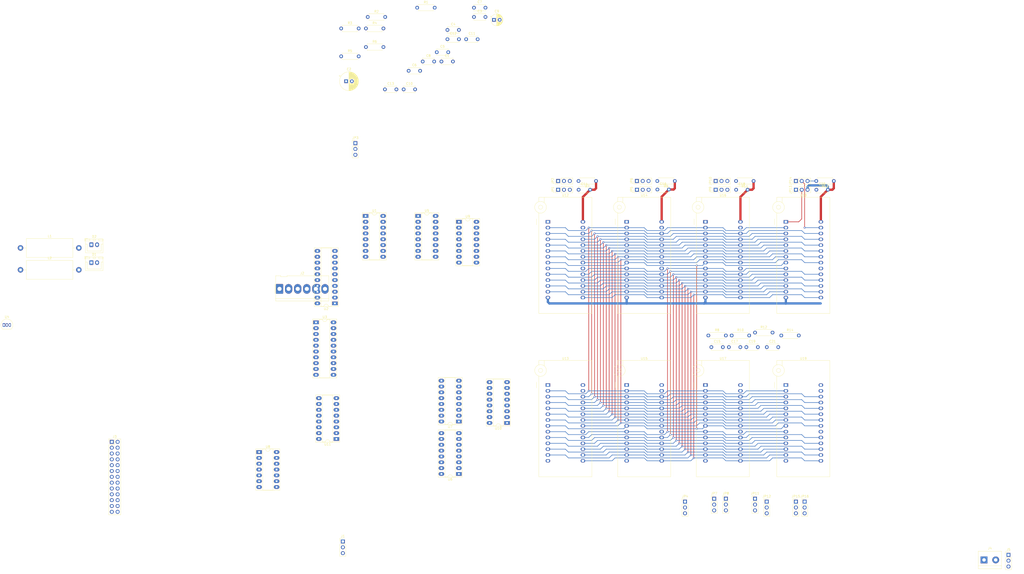
<source format=kicad_pcb>
(kicad_pcb (version 20211014) (generator pcbnew)
  (title_block (title "PEMX - External memory box") (date "2026-01-09") (rev "1.0") (company "Pozsar Zsolt") (comment 1 "Zacchaeus Microcomputer"))
  (layers (0 "F.Cu" signal) (31 "B.Cu" signal) (34 "B.Paste" user) (35 "F.Paste" user) (36 "B.SilkS" user "B.Silkscreen") (37 "F.SilkS" user "F.Silkscreen") (38 "B.Mask" user) (39 "F.Mask" user) (44 "Edge.Cuts" user))
  (net 0 "")
  (net 1 "/DM0")
  (net 2 "/DM1")
  (net 3 "/DM2")
  (net 4 "GNDD")
  (net 5 "Net-(R2-Pad1)")
  (net 6 "/-OE")
  (net 8 "/-E4")
  (net 9 "/-E3")
  (net 10 "/-E2")
  (net 11 "/-E1")
  (net 12 "/-E0")
  (net 14 "+5V")
  (net 15 "Net-(R1-Pad2)")
  (net 16 "/AD0")
  (net 17 "/AD1")
  (net 18 "/AD2")
  (net 19 "/AD3")
  (net 20 "/AD4")
  (net 21 "/AD5")
  (net 22 "/AD6")
  (net 23 "/AD7")
  (net 24 "/DA3")
  (net 25 "/DA2")
  (net 26 "/DA1")
  (net 27 "/DA0")
  (net 28 "/CLK")
  (net 29 "/BD0")
  (net 30 "/BD1")
  (net 31 "/BD2")
  (net 32 "/BD3")
  (net 33 "/BD4")
  (net 34 "/BD5")
  (net 35 "/BD6")
  (net 36 "/BD7")
  (net 37 "/D7")
  (net 38 "/D6")
  (net 39 "/D5")
  (net 40 "/D4")
  (net 41 "/D3")
  (net 42 "/D2")
  (net 43 "/D1")
  (net 44 "/D0")
  (net 45 "/DS0")
  (net 46 "/DS1")
  (net 47 "/DS2")
  (net 48 "/DS3")
  (net 49 "/RST")
  (net 50 "/A0")
  (net 51 "/A1")
  (net 52 "/A2")
  (net 53 "/A3")
  (net 54 "/A4")
  (net 55 "/A5")
  (net 56 "/A6")
  (net 57 "/A7")
  (net 58 "Net-(R4-Pad2)")
  (net 59 "Net-(D1-Pad1)")
  (net 61 "Net-(R3-Pad2)")
  (net 62 "Net-(C9-Pad2)")
  (net 63 "Net-(C9-Pad1)")
  (net 64 "/-CS7")
  (net 65 "/-CS6")
  (net 66 "/-CS5")
  (net 67 "/-CS4")
  (net 68 "/-CS3")
  (net 69 "/-CS2")
  (net 70 "/-CS1")
  (net 71 "/-CS0")
  (net 72 "/A8")
  (net 73 "/A9")
  (net 74 "/A10")
  (net 75 "/A11")
  (net 76 "/A12")
  (net 77 "/A13")
  (net 78 "/A14")
  (net 79 "/A15")
  (net 80 "/A15.0")
  (net 81 "/A14.0")
  (net 82 "/A15.4")
  (net 83 "/A14.4")
  (net 84 "/A15.1")
  (net 85 "/A14.1")
  (net 86 "/A15.5")
  (net 87 "/A14.5")
  (net 88 "/A15.2")
  (net 89 "/A14.2")
  (net 90 "/A15.6")
  (net 91 "/A14.6")
  (net 92 "/A15.3")
  (net 93 "/A14.3")
  (net 94 "/A15.7")
  (net 95 "/A14.7")
  (net 96 "Net-(C1-Pad1)")
  (net 97 "Net-(C1-Pad2)")
  (net 98 "Net-(JP2-Pad3)")
  (net 99 "Net-(JP3-Pad3)")
  (net 100 "Net-(JP6-Pad3)")
  (net 101 "Net-(JP7-Pad3)")
  (net 102 "Net-(JP10-Pad3)")
  (net 103 "Net-(JP11-Pad3)")
  (net 104 "Net-(JP14-Pad3)")
  (net 105 "Net-(JP15-Pad3)")
  (net 106 "Net-(D1-Pad2)")
  (net 107 "Net-(D2-Pad2)")
  (net 108 "Net-(J1-Pad1)")
  (net 109 "Net-(J1-Pad2)")
  (net 110 "Net-(J1-Pad3)")
  (net 113 "Net-(J4-Pad1)")
  (net 114 "Net-(J3-Pad6)")
  (net 115 "Net-(J3-Pad7)")
  (net 116 "Net-(J3-Pad8)")
  (footprint "Capacitor_THT:C_Disc_D5.0mm_W2.5mm_P5.00mm" (layer "F.Cu") (at 120.215 -48.85)
    (fp_text reference "C7")
    (fp_text value "100n")
  )
  (footprint "Connector_PinHeader_2.54mm:PinHeader_1x03_P2.54mm_Vertical" (layer "F.Cu") (at 68.58 10.175)
    (fp_text reference "JP3")
    (fp_text value "Jumper_3_Bridged12")
  )
  (footprint "Connector_PinHeader_2.54mm:PinHeader_1x03_P2.54mm_Vertical" (layer "F.Cu") (at 352.905 189.57)
    (fp_text reference "J5")
    (fp_text value "Conn_01x03_Male")
  )
  (footprint "Capacitor_THT:C_Disc_D5.0mm_W2.5mm_P5.00mm" (layer "F.Cu") (at 104.015 -29.45)
    (fp_text reference "C5")
    (fp_text value "100n")
  )
  (footprint "Resistor_THT:R_Axial_DIN0207_L6.3mm_D2.5mm_P7.62mm_Horizontal" (layer "F.Cu") (at 173.355 26.67 180)
    (fp_text reference "R7")
    (fp_text value "1k")
  )
  (footprint "Inductor_THT:L_Axial_L20.0mm_D8.0mm_P25.40mm_Horizontal" (layer "F.Cu") (at -77.205 55.83)
    (fp_text reference "L1")
    (fp_text value "L_Ferrite")
  )
  (footprint "Socket:DIP_Socket-28_W11.9_W12.7_W15.24_W17.78_W18.5_3M_228-1277-00-0602J" (layer "F.Cu") (at 152.4 44.45)
    (fp_text reference "U12")
    (fp_text value "27512")
  )
  (footprint "Connector_PinHeader_2.54mm:PinHeader_1x03_P2.54mm_Vertical" (layer "F.Cu") (at 225.44 26.67 90)
    (fp_text reference "JP10")
    (fp_text value "Jumper_3_Bridged12")
  )
  (footprint "Capacitor_THT:C_Disc_D5.0mm_W2.5mm_P5.00mm" (layer "F.Cu") (at 200.065 30.38)
    (fp_text reference "C16")
    (fp_text value "100n")
  )
  (footprint "Connector_PinHeader_2.54mm:PinHeader_1x03_P2.54mm_Vertical" (layer "F.Cu") (at 224.79 165.115)
    (fp_text reference "JP7")
    (fp_text value "Jumper_3_Bridged12")
  )
  (footprint "Resistor_THT:R_Axial_DIN0207_L6.3mm_D2.5mm_P7.62mm_Horizontal" (layer "F.Cu") (at 73.955 -44.8)
    (fp_text reference "R2")
    (fp_text value "1k")
  )
  (footprint "Capacitor_THT:C_Disc_D5.0mm_W2.5mm_P5.00mm" (layer "F.Cu") (at 165.775 30.48)
    (fp_text reference "C14")
    (fp_text value "100n")
  )
  (footprint "Capacitor_THT:C_Disc_D5.0mm_W2.5mm_P5.00mm" (layer "F.Cu") (at 108.665 -35.1)
    (fp_text reference "C12")
    (fp_text value "100n")
  )
  (footprint "Package_DIP:DIP-16_W7.62mm_Socket_LongPads" (layer "F.Cu") (at 73.035 41.9)
    (fp_text reference "U1")
    (fp_text value "74LS138")
  )
  (footprint "Connector_PinHeader_2.54mm:PinHeader_1x03_P2.54mm_Vertical" (layer "F.Cu") (at 212.09 166.385)
    (fp_text reference "JP4")
    (fp_text value "Jumper_3_Bridged12")
  )
  (footprint "Capacitor_THT:C_Disc_D5.0mm_W2.5mm_P5.00mm" (layer "F.Cu") (at 106.045 -25.4)
    (fp_text reference "C1")
    (fp_text value "100n")
  )
  (footprint "Connector_PinHeader_2.54mm:PinHeader_2x13_P2.54mm_Vertical" (layer "F.Cu") (at -37.465 140.335)
    (fp_text reference "J3")
    (fp_text value "Conn_02x13_Top_Bottom")
  )
  (footprint "Connector_Molex:Molex_KK-396_5273-06A_1x06_P3.96mm_Vertical" (layer "F.Cu") (at 35.555 73.675)
    (fp_text reference "J2")
    (fp_text value "Conn_01x06")
  )
  (footprint "Package_DIP:DIP-16_W7.62mm_Socket_LongPads" (layer "F.Cu") (at 60.315 139.075 180)
    (fp_text reference "U11")
    (fp_text value "74LS173")
  )
  (footprint "Socket:DIP_Socket-28_W11.9_W12.7_W15.24_W17.78_W18.5_3M_228-1277-00-0602J" (layer "F.Cu") (at 220.98 44.45)
    (fp_text reference "U16")
    (fp_text value "27512")
  )
  (footprint "Connector_PinHeader_2.54mm:PinHeader_1x03_P2.54mm_Vertical" (layer "F.Cu") (at 191.15 30.48 90)
    (fp_text reference "JP5")
    (fp_text value "Jumper_3_Bridged12")
  )
  (footprint "Connector_PinHeader_2.54mm:PinHeader_1x03_P2.54mm_Vertical" (layer "F.Cu") (at 242.57 165.115)
    (fp_text reference "JP11")
    (fp_text value "Jumper_3_Bridged12")
  )
  (footprint "Capacitor_THT:C_Disc_D5.0mm_W2.5mm_P5.00mm" (layer "F.Cu") (at 97.895 -25.4)
    (fp_text reference "C8")
    (fp_text value "100n")
  )
  (footprint "Resistor_THT:R_Axial_DIN0207_L6.3mm_D2.5mm_P7.62mm_Horizontal" (layer "F.Cu") (at 73.175 -39.8)
    (fp_text reference "R4")
    (fp_text value "470")
  )
  (footprint "Capacitor_THT:C_Disc_D5.0mm_W2.5mm_P5.00mm" (layer "F.Cu") (at 116.815 -35.1)
    (fp_text reference "C11")
    (fp_text value "100n")
  )
  (footprint "Socket:DIP_Socket-28_W11.9_W12.7_W15.24_W17.78_W18.5_3M_228-1277-00-0602J" (layer "F.Cu") (at 186.69 44.45)
    (fp_text reference "U14")
    (fp_text value "27512")
  )
  (footprint "Capacitor_THT:C_Disc_D5.0mm_W2.5mm_P5.00mm" (layer "F.Cu") (at 108.665 -39.15)
    (fp_text reference "C4")
    (fp_text value "100n")
  )
  (footprint "Connector_PinHeader_2.54mm:PinHeader_1x03_P2.54mm_Vertical" (layer "F.Cu") (at 156.86 30.48 90)
    (fp_text reference "JP1")
    (fp_text value "Jumper_3_Bridged12")
  )
  (footprint "Socket:DIP_Socket-28_W11.9_W12.7_W15.24_W17.78_W18.5_3M_228-1277-00-0602J" (layer "F.Cu") (at 255.9975 44.45)
    (fp_text reference "U18")
    (fp_text value "27512")
  )
  (footprint "Capacitor_THT:C_Disc_D5.0mm_W2.5mm_P5.00mm" (layer "F.Cu") (at 247.69 99.06)
    (fp_text reference "C21")
    (fp_text value "100n")
  )
  (footprint "Socket:DIP_Socket-28_W11.9_W12.7_W15.24_W17.78_W18.5_3M_228-1277-00-0602J" (layer "F.Cu") (at 220.98 115.57)
    (fp_text reference "U17")
    (fp_text value "27512")
  )
  (footprint "Capacitor_THT:C_Disc_D5.0mm_W2.5mm_P5.00mm" (layer "F.Cu") (at 234.355 30.48)
    (fp_text reference "C18")
    (fp_text value "100n")
  )
  (footprint "Socket:DIP_Socket-28_W11.9_W12.7_W15.24_W17.78_W18.5_3M_228-1277-00-0602J" (layer "F.Cu") (at 186.69 115.57)
    (fp_text reference "U15")
    (fp_text value "27512")
  )
  (footprint "Resistor_THT:R_Axial_DIN0207_L6.3mm_D2.5mm_P7.62mm_Horizontal" (layer "F.Cu") (at 254 93.98)
    (fp_text reference "R14")
    (fp_text value "1k")
  )
  (footprint "Resistor_THT:R_Axial_DIN0207_L6.3mm_D2.5mm_P7.62mm_Horizontal" (layer "F.Cu") (at 207.645 26.67 180)
    (fp_text reference "R9")
    (fp_text value "1k")
  )
  (footprint "Package_DIP:DIP-16_W7.62mm_Socket_LongPads" (layer "F.Cu") (at 113.655 131.455 180)
    (fp_text reference "U7")
    (fp_text value "74LS173")
  )
  (footprint "Connector_PinHeader_2.54mm:PinHeader_1x03_P2.54mm_Vertical" (layer "F.Cu") (at 63.125 183.74)
    (fp_text reference "J1")
    (fp_text value "Conn_01x03_Male")
  )
  (footprint "Resistor_THT:R_Axial_DIN0207_L6.3mm_D2.5mm_P7.62mm_Horizontal" (layer "F.Cu") (at 95.495 -48.85)
    (fp_text reference "R1")
    (fp_text value "1k")
  )
  (footprint "Connector_PinHeader_2.54mm:PinHeader_1x03_P2.54mm_Vertical" (layer "F.Cu") (at 229.87 165.1)
    (fp_text reference "JP8")
    (fp_text value "Jumper_3_Bridged12")
  )
  (footprint "Package_DIP:DIP-14_W7.62mm_Socket_LongPads" (layer "F.Cu") (at 26.67 144.78)
    (fp_text reference "U8")
    (fp_text value "74LS122")
  )
  (footprint "Connector_PinHeader_2.54mm:PinHeader_1x03_P2.54mm_Vertical" (layer "F.Cu") (at 260.35 26.67 90)
    (fp_text reference "JP14")
    (fp_text value "Jumper_3_Bridged12")
  )
  (footprint "Capacitor_THT:C_Disc_D5.0mm_W2.5mm_P5.00mm" (layer "F.Cu") (at 269.28 30.48)
    (fp_text reference "C20")
    (fp_text value "100n")
  )
  (footprint "Connector_PinHeader_2.54mm:PinHeader_1x03_P2.54mm_Vertical" (layer "F.Cu") (at 247.65 166.385)
    (fp_text reference "JP12")
    (fp_text value "Jumper_3_Bridged12")
  )
  (footprint "Package_DIP:DIP-20_W7.62mm_Socket_LongPads" (layer "F.Cu") (at 51.435 88.265)
    (fp_text reference "U3")
    (fp_text value "74LS245")
  )
  (footprint "Connector_JST:JST_XH_B2B-XH-A_1x02_P2.50mm_Vertical" (layer "F.Cu") (at -46.355 54.43)
    (fp_text reference "D2")
    (fp_text value "LED")
  )
  (footprint "Connector_PinHeader_2.54mm:PinHeader_1x03_P2.54mm_Vertical" (layer "F.Cu") (at 260.365 30.48 90)
    (fp_text reference "JP13")
    (fp_text value "Jumper_3_Bridged12")
  )
  (footprint "Package_DIP:DIP-16_W7.62mm_Socket_LongPads" (layer "F.Cu") (at 113.655 154.315 180)
    (fp_text reference "U6")
    (fp_text value "74LS173")
  )
  (footprint "Resistor_THT:R_Axial_DIN0207_L6.3mm_D2.5mm_P7.62mm_Horizontal" (layer "F.Cu") (at 62.405 -27.65)
    (fp_text reference "R5")
    (fp_text value "470")
  )
  (footprint "Connector_JST:JST_XH_B2B-XH-A_1x02_P2.50mm_Vertical" (layer "F.Cu") (at -46.355 62.23)
    (fp_text reference "D1")
    (fp_text value "LED")
  )
  (footprint "Connector_PinHeader_2.54mm:PinHeader_1x03_P2.54mm_Vertical" (layer "F.Cu") (at 156.845 26.67 90)
    (fp_text reference "JP2")
    (fp_text value "Jumper_3_Bridged12")
  )
  (footprint "Capacitor_THT:CP_Radial_D5.0mm_P2.50mm" (layer "F.Cu") (at 128.904775 -43.55)
    (fp_text reference "C9")
    (fp_text value "10u")
  )
  (footprint "Resistor_THT:R_Axial_DIN0207_L6.3mm_D2.5mm_P7.62mm_Horizontal" (layer "F.Cu") (at 62.405 -39.8)
    (fp_text reference "R3")
    (fp_text value "33k")
  )
  (footprint "Capacitor_THT:C_Disc_D5.0mm_W2.5mm_P5.00mm" (layer "F.Cu") (at 81.445 -13.25)
    (fp_text reference "C13")
    (fp_text value "100n")
  )
  (footprint "Connector_PinHeader_2.54mm:PinHeader_1x03_P2.54mm_Vertical" (layer "F.Cu") (at 260.35 166.385)
    (fp_text reference "JP15")
    (fp_text value "Jumper_3_Bridged12")
  )
  (footprint "Package_DIP:DIP-16_W7.62mm_Socket_LongPads" (layer "F.Cu") (at 134.61 132.09 180)
    (fp_text reference "U10")
    (fp_text value "74LS173")
  )
  (footprint "Resistor_THT:R_Axial_DIN0207_L6.3mm_D2.5mm_P7.62mm_Horizontal" (layer "F.Cu") (at 241.935 26.67 180)
    (fp_text reference "R11")
    (fp_text value "1k")
  )
  (footprint "Capacitor_THT:C_Disc_D5.0mm_W2.5mm_P5.00mm" (layer "F.Cu") (at 231.18 99.06)
    (fp_text reference "C17")
    (fp_text value "100n")
  )
  (footprint "Inductor_THT:L_Axial_L20.0mm_D8.0mm_P25.40mm_Horizontal" (layer "F.Cu") (at -77.205 65.38)
    (fp_text reference "L2")
    (fp_text value "L_Ferrite")
  )
  (footprint "Capacitor_THT:C_Disc_D5.0mm_W2.5mm_P5.00mm" (layer "F.Cu") (at 238.8 99.06)
    (fp_text reference "C19")
    (fp_text value "100n")
  )
  (footprint "TerminalBlock:TerminalBlock_bornier-2_P5.08mm" (layer "F.Cu") (at 342.265 191.77)
    (fp_text reference "J4")
    (fp_text value "Screw_Terminal_01x02")
  )
  (footprint "Capacitor_THT:C_Disc_D5.0mm_W2.5mm_P5.00mm" (layer "F.Cu") (at 120.215 -44.8)
    (fp_text reference "C3")
    (fp_text value "100n")
  )
  (footprint "Capacitor_THT:C_Disc_D5.0mm_W2.5mm_P5.00mm" (layer "F.Cu") (at 89.595 -13.25)
    (fp_text reference "C10")
    (fp_text value "100n")
  )
  (footprint "Package_TO_SOT_THT:TO-92_Inline" (layer "F.Cu") (at -84.395 89.41)
    (fp_text reference "U4")
    (fp_text value "DS1833")
  )
  (footprint "Socket:DIP_Socket-28_W11.9_W12.7_W15.24_W17.78_W18.5_3M_228-1277-00-0602J" (layer "F.Cu") (at 255.9975 115.57)
    (fp_text reference "U19")
    (fp_text value "27512")
  )
  (footprint "Resistor_THT:R_Axial_DIN0207_L6.3mm_D2.5mm_P7.62mm_Horizontal" (layer "F.Cu") (at 73.175 -31.7)
    (fp_text reference "R6")
    (fp_text value "470")
  )
  (footprint "Connector_PinHeader_2.54mm:PinHeader_1x03_P2.54mm_Vertical" (layer "F.Cu") (at 264.16 166.385)
    (fp_text reference "JP16")
    (fp_text value "Jumper_3_Bridged12")
  )
  (footprint "Connector_PinHeader_2.54mm:PinHeader_1x03_P2.54mm_Vertical" (layer "F.Cu") (at 225.44 30.48 90)
    (fp_text reference "JP9")
    (fp_text value "Jumper_3_Bridged12")
  )
  (footprint "Socket:DIP_Socket-28_W11.9_W12.7_W15.24_W17.78_W18.5_3M_228-1277-00-0602J" (layer "F.Cu") (at 152.4 115.57)
    (fp_text reference "U13")
    (fp_text value "27512")
  )
  (footprint "Package_DIP:DIP-20_W7.62mm_Socket_LongPads" (layer "F.Cu") (at 59.68 80.005 180)
    (fp_text reference "U2")
    (fp_text value "74LS245")
  )
  (footprint "Resistor_THT:R_Axial_DIN0207_L6.3mm_D2.5mm_P7.62mm_Horizontal" (layer "F.Cu") (at 232.41 93.98)
    (fp_text reference "R10")
    (fp_text value "1k")
  )
  (footprint "Package_DIP:DIP-16_W7.62mm_Socket_LongPads" (layer "F.Cu") (at 113.675 44.44)
    (fp_text reference "U9")
    (fp_text value "74LS138")
  )
  (footprint "Package_DIP:DIP-16_W7.62mm_Socket_LongPads" (layer "F.Cu") (at 95.895 41.9)
    (fp_text reference "U5")
    (fp_text value "74LS173")
  )
  (footprint "Connector_PinHeader_2.54mm:PinHeader_1x03_P2.54mm_Vertical" (layer "F.Cu") (at 191.135 26.67 90)
    (fp_text reference "JP6")
    (fp_text value "Jumper_3_Bridged12")
  )
  (footprint "Capacitor_THT:C_Disc_D5.0mm_W2.5mm_P5.00mm" (layer "F.Cu") (at 91.775 -21.35)
    (fp_text reference "C6")
    (fp_text value "100n")
  )
  (footprint "Capacitor_THT:C_Disc_D5.0mm_W2.5mm_P5.00mm" (layer "F.Cu") (at 223.56 99.06)
    (fp_text reference "C15")
    (fp_text value "100n")
  )
  (footprint "Resistor_THT:R_Axial_DIN0207_L6.3mm_D2.5mm_P7.62mm_Horizontal" (layer "F.Cu") (at 222.25 93.98)
    (fp_text reference "R8")
    (fp_text value "1k")
  )
  (footprint "Capacitor_THT:CP_Radial_D8.0mm_P2.50mm" (layer "F.Cu") (at 64.549698 -16.8)
    (fp_text reference "C2")
    (fp_text value "220u")
  )
  (footprint "Resistor_THT:R_Axial_DIN0207_L6.3mm_D2.5mm_P7.62mm_Horizontal" (layer "F.Cu") (at 276.86 26.67 180)
    (fp_text reference "R13")
    (fp_text value "1k")
  )
  (footprint "Resistor_THT:R_Axial_DIN0207_L6.3mm_D2.5mm_P7.62mm_Horizontal" (layer "F.Cu") (at 242.57 92.71)
    (fp_text reference "R12")
    (fp_text value "1k")
  )
  (segment (start 255.9975 77.47) (end 255.9975 79.9175) (width 1) (layer "B.Cu") (net 4))
  (segment (start 255.905 80.01) (end 271.145 80.01) (width 1) (layer "B.Cu") (net 4))
  (segment (start 186.69 80.01) (end 220.345 80.01) (width 1) (layer "B.Cu") (net 4))
  (segment (start 152.4 77.47) (end 152.4 79.375) (width 1) (layer "B.Cu") (net 4))
  (segment (start 220.98 79.375) (end 220.345 80.01) (width 1) (layer "B.Cu") (net 4))
  (segment (start 153.035 80.01) (end 186.69 80.01) (width 1) (layer "B.Cu") (net 4))
  (segment (start 220.345 80.01) (end 255.905 80.01) (width 1) (layer "B.Cu") (net 4))
  (segment (start 220.98 77.47) (end 220.98 79.375) (width 1) (layer "B.Cu") (net 4))
  (segment (start 255.9975 79.9175) (end 255.905 80.01) (width 1) (layer "B.Cu") (net 4))
  (segment (start 186.69 77.47) (end 186.69 80.01) (width 1) (layer "B.Cu") (net 4))
  (segment (start 152.4 79.375) (end 153.035 80.01) (width 1) (layer "B.Cu") (net 4))
  (segment (start 181.61 129.54) (end 181.61 58.42) (width 0.25) (layer "F.Cu") (net 6))
  (via (at 181.61 129.54) (size 0.8) (drill 0.4) (layers "F.Cu" "B.Cu") (net 6))
  (via (at 181.61 58.42) (size 0.8) (drill 0.4) (layers "F.Cu" "B.Cu") (net 6))
  (segment (start 201.93 59.69) (end 214.63 59.69) (width 0.25) (layer "B.Cu") (net 6))
  (segment (start 215.9 58.42) (end 228.6 58.42) (width 0.25) (layer "B.Cu") (net 6))
  (segment (start 180.34 130.81) (end 181.61 129.54) (width 0.25) (layer "B.Cu") (net 6))
  (segment (start 264.16 130.81) (end 270.51 130.81) (width 0.25) (layer "B.Cu") (net 6))
  (segment (start 180.34 59.69) (end 181.61 58.42) (width 0.25) (layer "B.Cu") (net 6))
  (segment (start 215.9 129.54) (end 228.6 129.54) (width 0.25) (layer "B.Cu") (net 6))
  (segment (start 262.89 129.54) (end 264.16 130.81) (width 0.25) (layer "B.Cu") (net 6))
  (segment (start 167.64 130.81) (end 180.34 130.81) (width 0.25) (layer "B.Cu") (net 6))
  (segment (start 228.6 58.42) (end 229.87 59.69) (width 0.25) (layer "B.Cu") (net 6))
  (segment (start 248.92 130.81) (end 250.19 129.54) (width 0.25) (layer "B.Cu") (net 6))
  (segment (start 194.31 58.42) (end 195.58 59.69) (width 0.25) (layer "B.Cu") (net 6))
  (segment (start 181.61 58.42) (end 194.31 58.42) (width 0.25) (layer "B.Cu") (net 6))
  (segment (start 201.93 130.81) (end 214.63 130.81) (width 0.25) (layer "B.Cu") (net 6))
  (segment (start 228.6 129.54) (end 229.87 130.81) (width 0.25) (layer "B.Cu") (net 6))
  (segment (start 167.64 59.69) (end 180.34 59.69) (width 0.25) (layer "B.Cu") (net 6))
  (segment (start 195.58 59.69) (end 201.93 59.69) (width 0.25) (layer "B.Cu") (net 6))
  (segment (start 262.89 58.42) (end 264.16 59.69) (width 0.25) (layer "B.Cu") (net 6))
  (segment (start 236.22 59.69) (end 248.92 59.69) (width 0.25) (layer "B.Cu") (net 6))
  (segment (start 181.61 129.54) (end 194.31 129.54) (width 0.25) (layer "B.Cu") (net 6))
  (segment (start 214.63 130.81) (end 215.9 129.54) (width 0.25) (layer "B.Cu") (net 6))
  (segment (start 250.19 129.54) (end 262.89 129.54) (width 0.25) (layer "B.Cu") (net 6))
  (segment (start 194.31 129.54) (end 195.58 130.81) (width 0.25) (layer "B.Cu") (net 6))
  (segment (start 229.87 130.81) (end 236.22 130.81) (width 0.25) (layer "B.Cu") (net 6))
  (segment (start 229.87 59.69) (end 236.22 59.69) (width 0.25) (layer "B.Cu") (net 6))
  (segment (start 195.58 130.81) (end 201.93 130.81) (width 0.25) (layer "B.Cu") (net 6))
  (segment (start 250.19 58.42) (end 262.89 58.42) (width 0.25) (layer "B.Cu") (net 6))
  (segment (start 236.22 130.81) (end 248.92 130.81) (width 0.25) (layer "B.Cu") (net 6))
  (segment (start 264.16 59.69) (end 270.51 59.69) (width 0.25) (layer "B.Cu") (net 6))
  (segment (start 214.63 59.69) (end 215.9 58.42) (width 0.25) (layer "B.Cu") (net 6))
  (segment (start 248.92 59.69) (end 250.19 58.42) (width 0.25) (layer "B.Cu") (net 6))
  (segment (start 207.11 30.38) (end 207.645 29.845) (width 1) (layer "F.Cu") (net 14))
  (segment (start 241.3 30.48) (end 241.935 29.845) (width 1) (layer "F.Cu") (net 14))
  (segment (start 276.86 29.845) (end 276.86 26.37) (width 1) (layer "F.Cu") (net 14))
  (segment (start 201.93 33.515) (end 205.065 30.38) (width 1) (layer "F.Cu") (net 14))
  (segment (start 271.2375 33.5225) (end 274.28 30.48) (width 1) (layer "F.Cu") (net 14))
  (segment (start 172.72 30.48) (end 173.355 29.845) (width 1) (layer "F.Cu") (net 14))
  (segment (start 205.065 30.38) (end 207.11 30.38) (width 1) (layer "F.Cu") (net 14))
  (segment (start 271.2375 44.45) (end 271.2375 33.5225) (width 1) (layer "F.Cu") (net 14))
  (segment (start 170.775 30.48) (end 172.72 30.48) (width 1) (layer "F.Cu") (net 14))
  (segment (start 167.64 44.45) (end 167.64 33.615) (width 1) (layer "F.Cu") (net 14))
  (segment (start 239.355 30.48) (end 241.3 30.48) (width 1) (layer "F.Cu") (net 14))
  (segment (start 276.225 30.48) (end 276.86 29.845) (width 1) (layer "F.Cu") (net 14))
  (segment (start 173.355 29.845) (end 173.355 26.67) (width 1) (layer "F.Cu") (net 14))
  (segment (start 207.645 29.845) (end 207.645 26.67) (width 1) (layer "F.Cu") (net 14))
  (segment (start 241.935 29.845) (end 241.935 26.67) (width 1) (layer "F.Cu") (net 14))
  (segment (start 274.28 30.48) (end 276.225 30.48) (width 1) (layer "F.Cu") (net 14))
  (segment (start 236.22 44.45) (end 236.22 33.615) (width 1) (layer "F.Cu") (net 14))
  (segment (start 236.22 33.615) (end 239.355 30.48) (width 1) (layer "F.Cu") (net 14))
  (segment (start 167.64 33.615) (end 170.775 30.48) (width 1) (layer "F.Cu") (net 14))
  (segment (start 201.93 44.45) (end 201.93 33.515) (width 1) (layer "F.Cu") (net 14))
  (segment (start 274.28 29.17) (end 273.685 28.575) (width 1) (layer "B.Cu") (net 14))
  (segment (start 274.28 30.48) (end 274.28 29.17) (width 1) (layer "B.Cu") (net 14))
  (segment (start 273.685 28.575) (end 266.065 28.575) (width 1) (layer "B.Cu") (net 14))
  (segment (start 265.445 29.195) (end 265.445 30.48) (width 1) (layer "B.Cu") (net 14))
  (segment (start 266.065 28.575) (end 265.445 29.195) (width 1) (layer "B.Cu") (net 14))
  (segment (start 205.74 137.16) (end 205.74 66.04) (width 0.25) (layer "F.Cu") (net 37))
  (via (at 205.74 137.16) (size 0.8) (drill 0.4) (layers "F.Cu" "B.Cu") (net 37))
  (via (at 205.74 66.04) (size 0.8) (drill 0.4) (layers "F.Cu" "B.Cu") (net 37))
  (segment (start 262.89 137.16) (end 264.16 138.43) (width 0.25) (layer "B.Cu") (net 37))
  (segment (start 204.47 138.43) (end 205.74 137.16) (width 0.25) (layer "B.Cu") (net 37))
  (segment (start 201.93 67.31) (end 204.47 67.31) (width 0.25) (layer "B.Cu") (net 37))
  (segment (start 171.45 137.16) (end 194.31 137.16) (width 0.25) (layer "B.Cu") (net 37))
  (segment (start 194.31 66.04) (end 195.58 67.31) (width 0.25) (layer "B.Cu") (net 37))
  (segment (start 229.87 138.43) (end 236.22 138.43) (width 0.25) (layer "B.Cu") (net 37))
  (segment (start 167.64 67.31) (end 170.18 67.31) (width 0.25) (layer "B.Cu") (net 37))
  (segment (start 240.03 137.16) (end 262.89 137.16) (width 0.25) (layer "B.Cu") (net 37))
  (segment (start 170.18 67.31) (end 171.45 66.04) (width 0.25) (layer "B.Cu") (net 37))
  (segment (start 264.16 138.43) (end 270.51 138.43) (width 0.25) (layer "B.Cu") (net 37))
  (segment (start 170.18 138.43) (end 171.45 137.16) (width 0.25) (layer "B.Cu") (net 37))
  (segment (start 264.16 67.31) (end 270.51 67.31) (width 0.25) (layer "B.Cu") (net 37))
  (segment (start 236.22 138.43) (end 238.76 138.43) (width 0.25) (layer "B.Cu") (net 37))
  (segment (start 194.31 137.16) (end 195.58 138.43) (width 0.25) (layer "B.Cu") (net 37))
  (segment (start 262.89 66.04) (end 264.16 67.31) (width 0.25) (layer "B.Cu") (net 37))
  (segment (start 238.76 67.31) (end 240.03 66.04) (width 0.25) (layer "B.Cu") (net 37))
  (segment (start 205.74 137.16) (end 228.6 137.16) (width 0.25) (layer "B.Cu") (net 37))
  (segment (start 205.74 66.04) (end 228.6 66.04) (width 0.25) (layer "B.Cu") (net 37))
  (segment (start 229.87 67.31) (end 236.22 67.31) (width 0.25) (layer "B.Cu") (net 37))
  (segment (start 195.58 67.31) (end 201.93 67.31) (width 0.25) (layer "B.Cu") (net 37))
  (segment (start 238.76 138.43) (end 240.03 137.16) (width 0.25) (layer "B.Cu") (net 37))
  (segment (start 204.47 67.31) (end 205.74 66.04) (width 0.25) (layer "B.Cu") (net 37))
  (segment (start 167.64 138.43) (end 170.18 138.43) (width 0.25) (layer "B.Cu") (net 37))
  (segment (start 201.93 138.43) (end 204.47 138.43) (width 0.25) (layer "B.Cu") (net 37))
  (segment (start 228.6 66.04) (end 229.87 67.31) (width 0.25) (layer "B.Cu") (net 37))
  (segment (start 236.22 67.31) (end 238.76 67.31) (width 0.25) (layer "B.Cu") (net 37))
  (segment (start 228.6 137.16) (end 229.87 138.43) (width 0.25) (layer "B.Cu") (net 37))
  (segment (start 195.58 138.43) (end 201.93 138.43) (width 0.25) (layer "B.Cu") (net 37))
  (segment (start 240.03 66.04) (end 262.89 66.04) (width 0.25) (layer "B.Cu") (net 37))
  (segment (start 171.45 66.04) (end 194.31 66.04) (width 0.25) (layer "B.Cu") (net 37))
  (segment (start 208.28 139.7) (end 208.28 68.58) (width 0.25) (layer "F.Cu") (net 38))
  (via (at 208.28 68.58) (size 0.8) (drill 0.4) (layers "F.Cu" "B.Cu") (net 38))
  (via (at 208.28 139.7) (size 0.8) (drill 0.4) (layers "F.Cu" "B.Cu") (net 38))
  (segment (start 262.89 139.7) (end 264.16 140.97) (width 0.25) (layer "B.Cu") (net 38))
  (segment (start 241.3 140.97) (end 242.57 139.7) (width 0.25) (layer "B.Cu") (net 38))
  (segment (start 173.99 68.58) (end 194.31 68.58) (width 0.25) (layer "B.Cu") (net 38))
  (segment (start 201.93 140.97) (end 207.01 140.97) (width 0.25) (layer "B.Cu") (net 38))
  (segment (start 207.01 140.97) (end 208.28 139.7) (width 0.25) (layer "B.Cu") (net 38))
  (segment (start 242.57 139.7) (end 262.89 139.7) (width 0.25) (layer "B.Cu") (net 38))
  (segment (start 264.16 140.97) (end 270.51 140.97) (width 0.25) (layer "B.Cu") (net 38))
  (segment (start 208.28 68.58) (end 228.6 68.58) (width 0.25) (layer "B.Cu") (net 38))
  (segment (start 208.28 139.7) (end 228.6 139.7) (width 0.25) (layer "B.Cu") (net 38))
  (segment (start 242.57 68.58) (end 262.89 68.58) (width 0.25) (layer "B.Cu") (net 38))
  (segment (start 229.87 140.97) (end 236.22 140.97) (width 0.25) (layer "B.Cu") (net 38))
  (segment (start 194.31 139.7) (end 195.58 140.97) (width 0.25) (layer "B.Cu") (net 38))
  (segment (start 167.64 140.97) (end 172.72 140.97) (width 0.25) (layer "B.Cu") (net 38))
  (segment (start 236.22 140.97) (end 241.3 140.97) (width 0.25) (layer "B.Cu") (net 38))
  (segment (start 201.93 69.85) (end 207.01 69.85) (width 0.25) (layer "B.Cu") (net 38))
  (segment (start 172.72 140.97) (end 173.99 139.7) (width 0.25) (layer "B.Cu") (net 38))
  (segment (start 262.89 68.58) (end 264.16 69.85) (width 0.25) (layer "B.Cu") (net 38))
  (segment (start 229.87 69.85) (end 236.22 69.85) (width 0.25) (layer "B.Cu") (net 38))
  (segment (start 236.22 69.85) (end 241.3 69.85) (width 0.25) (layer "B.Cu") (net 38))
  (segment (start 195.58 140.97) (end 201.93 140.97) (width 0.25) (layer "B.Cu") (net 38))
  (segment (start 228.6 68.58) (end 229.87 69.85) (width 0.25) (layer "B.Cu") (net 38))
  (segment (start 173.99 139.7) (end 194.31 139.7) (width 0.25) (layer "B.Cu") (net 38))
  (segment (start 207.01 69.85) (end 208.28 68.58) (width 0.25) (layer "B.Cu") (net 38))
  (segment (start 167.64 69.85) (end 172.72 69.85) (width 0.25) (layer "B.Cu") (net 38))
  (segment (start 195.58 69.85) (end 201.93 69.85) (width 0.25) (layer "B.Cu") (net 38))
  (segment (start 172.72 69.85) (end 173.99 68.58) (width 0.25) (layer "B.Cu") (net 38))
  (segment (start 264.16 69.85) (end 270.51 69.85) (width 0.25) (layer "B.Cu") (net 38))
  (segment (start 228.6 139.7) (end 229.87 140.97) (width 0.25) (layer "B.Cu") (net 38))
  (segment (start 194.31 68.58) (end 195.58 69.85) (width 0.25) (layer "B.Cu") (net 38))
  (segment (start 241.3 69.85) (end 242.57 68.58) (width 0.25) (layer "B.Cu") (net 38))
  (segment (start 210.82 142.24) (end 210.82 71.12) (width 0.25) (layer "F.Cu") (net 39))
  (via (at 210.82 142.24) (size 0.8) (drill 0.4) (layers "F.Cu" "B.Cu") (net 39))
  (via (at 210.82 71.12) (size 0.8) (drill 0.4) (layers "F.Cu" "B.Cu") (net 39))
  (segment (start 209.55 143.51) (end 210.82 142.24) (width 0.25) (layer "B.Cu") (net 39))
  (segment (start 264.16 143.51) (end 270.51 143.51) (width 0.25) (layer "B.Cu") (net 39))
  (segment (start 201.93 72.39) (end 209.55 72.39) (width 0.25) (layer "B.Cu") (net 39))
  (segment (start 228.6 142.24) (end 229.87 143.51) (width 0.25) (layer "B.Cu") (net 39))
  (segment (start 210.82 142.24) (end 228.6 142.24) (width 0.25) (layer "B.Cu") (net 39))
  (segment (start 195.58 143.51) (end 201.93 143.51) (width 0.25) (layer "B.Cu") (net 39))
  (segment (start 243.84 72.39) (end 245.11 71.12) (width 0.25) (layer "B.Cu") (net 39))
  (segment (start 245.11 142.24) (end 262.89 142.24) (width 0.25) (layer "B.Cu") (net 39))
  (segment (start 245.11 71.12) (end 262.89 71.12) (width 0.25) (layer "B.Cu") (net 39))
  (segment (start 175.26 72.39) (end 176.53 71.12) (width 0.25) (layer "B.Cu") (net 39))
  (segment (start 236.22 143.51) (end 243.84 143.51) (width 0.25) (layer "B.Cu") (net 39))
  (segment (start 236.22 72.39) (end 243.84 72.39) (width 0.25) (layer "B.Cu") (net 39))
  (segment (start 243.84 143.51) (end 245.11 142.24) (width 0.25) (layer "B.Cu") (net 39))
  (segment (start 264.16 72.39) (end 270.51 72.39) (width 0.25) (layer "B.Cu") (net 39))
  (segment (start 176.53 71.12) (end 194.31 71.12) (width 0.25) (layer "B.Cu") (net 39))
  (segment (start 262.89 142.24) (end 264.16 143.51) (width 0.25) (layer "B.Cu") (net 39))
  (segment (start 229.87 143.51) (end 236.22 143.51) (width 0.25) (layer "B.Cu") (net 39))
  (segment (start 228.6 71.12) (end 229.87 72.39) (width 0.25) (layer "B.Cu") (net 39))
  (segment (start 201.93 143.51) (end 209.55 143.51) (width 0.25) (layer "B.Cu") (net 39))
  (segment (start 194.31 71.12) (end 195.58 72.39) (width 0.25) (layer "B.Cu") (net 39))
  (segment (start 176.53 142.24) (end 194.31 142.24) (width 0.25) (layer "B.Cu") (net 39))
  (segment (start 194.31 142.24) (end 195.58 143.51) (width 0.25) (layer "B.Cu") (net 39))
  (segment (start 167.64 72.39) (end 175.26 72.39) (width 0.25) (layer "B.Cu") (net 39))
  (segment (start 229.87 72.39) (end 236.22 72.39) (width 0.25) (layer "B.Cu") (net 39))
  (segment (start 209.55 72.39) (end 210.82 71.12) (width 0.25) (layer "B.Cu") (net 39))
  (segment (start 262.89 71.12) (end 264.16 72.39) (width 0.25) (layer "B.Cu") (net 39))
  (segment (start 195.58 72.39) (end 201.93 72.39) (width 0.25) (layer "B.Cu") (net 39))
  (segment (start 175.26 143.51) (end 176.53 142.24) (width 0.25) (layer "B.Cu") (net 39))
  (segment (start 210.82 71.12) (end 228.6 71.12) (width 0.25) (layer "B.Cu") (net 39))
  (segment (start 167.64 143.51) (end 175.26 143.51) (width 0.25) (layer "B.Cu") (net 39))
  (segment (start 213.36 144.78) (end 213.36 73.66) (width 0.25) (layer "F.Cu") (net 40))
  (via (at 213.36 73.66) (size 0.8) (drill 0.4) (layers "F.Cu" "B.Cu") (net 40))
  (via (at 213.36 144.78) (size 0.8) (drill 0.4) (layers "F.Cu" "B.Cu") (net 40))
  (segment (start 195.58 146.05) (end 201.93 146.05) (width 0.25) (layer "B.Cu") (net 40))
  (segment (start 228.6 144.78) (end 229.87 146.05) (width 0.25) (layer "B.Cu") (net 40))
  (segment (start 179.07 73.66) (end 194.31 73.66) (width 0.25) (layer "B.Cu") (net 40))
  (segment (start 212.09 146.05) (end 213.36 144.78) (width 0.25) (layer "B.Cu") (net 40))
  (segment (start 201.93 146.05) (end 212.09 146.05) (width 0.25) (layer "B.Cu") (net 40))
  (segment (start 167.64 74.93) (end 177.8 74.93) (width 0.25) (layer "B.Cu") (net 40))
  (segment (start 246.38 74.93) (end 247.65 73.66) (width 0.25) (layer "B.Cu") (net 40))
  (segment (start 262.89 144.78) (end 264.16 146.05) (width 0.25) (layer "B.Cu") (net 40))
  (segment (start 201.93 74.93) (end 212.09 74.93) (width 0.25) (layer "B.Cu") (net 40))
  (segment (start 177.8 146.05) (end 179.07 144.78) (width 0.25) (layer "B.Cu") (net 40))
  (segment (start 167.64 146.05) (end 177.8 146.05) (width 0.25) (layer "B.Cu") (net 40))
  (segment (start 213.36 73.66) (end 228.6 73.66) (width 0.25) (layer "B.Cu") (net 40))
  (segment (start 247.65 144.78) (end 262.89 144.78) (width 0.25) (layer "B.Cu") (net 40))
  (segment (start 228.6 73.66) (end 229.87 74.93) (width 0.25) (layer "B.Cu") (net 40))
  (segment (start 264.16 74.93) (end 270.51 74.93) (width 0.25) (layer "B.Cu") (net 40))
  (segment (start 246.38 146.05) (end 247.65 144.78) (width 0.25) (layer "B.Cu") (net 40))
  (segment (start 194.31 144.78) (end 195.58 146.05) (width 0.25) (layer "B.Cu") (net 40))
  (segment (start 247.65 73.66) (end 262.89 73.66) (width 0.25) (layer "B.Cu") (net 40))
  (segment (start 194.31 73.66) (end 195.58 74.93) (width 0.25) (layer "B.Cu") (net 40))
  (segment (start 212.09 74.93) (end 213.36 73.66) (width 0.25) (layer "B.Cu") (net 40))
  (segment (start 229.87 74.93) (end 236.22 74.93) (width 0.25) (layer "B.Cu") (net 40))
  (segment (start 236.22 146.05) (end 246.38 146.05) (width 0.25) (layer "B.Cu") (net 40))
  (segment (start 262.89 73.66) (end 264.16 74.93) (width 0.25) (layer "B.Cu") (net 40))
  (segment (start 179.07 144.78) (end 194.31 144.78) (width 0.25) (layer "B.Cu") (net 40))
  (segment (start 177.8 74.93) (end 179.07 73.66) (width 0.25) (layer "B.Cu") (net 40))
  (segment (start 195.58 74.93) (end 201.93 74.93) (width 0.25) (layer "B.Cu") (net 40))
  (segment (start 213.36 144.78) (end 228.6 144.78) (width 0.25) (layer "B.Cu") (net 40))
  (segment (start 229.87 146.05) (end 236.22 146.05) (width 0.25) (layer "B.Cu") (net 40))
  (segment (start 264.16 146.05) (end 270.51 146.05) (width 0.25) (layer "B.Cu") (net 40))
  (segment (start 236.22 74.93) (end 246.38 74.93) (width 0.25) (layer "B.Cu") (net 40))
  (segment (start 215.9 147.32) (end 215.9 76.2) (width 0.25) (layer "F.Cu") (net 41))
  (via (at 215.9 76.2) (size 0.8) (drill 0.4) (layers "F.Cu" "B.Cu") (net 41))
  (via (at 215.9 147.32) (size 0.8) (drill 0.4) (layers "F.Cu" "B.Cu") (net 41))
  (segment (start 248.92 77.47) (end 250.19 76.2) (width 0.25) (layer "B.Cu") (net 41))
  (segment (start 194.31 76.2) (end 195.58 77.47) (width 0.25) (layer "B.Cu") (net 41))
  (segment (start 250.19 76.2) (end 262.89 76.2) (width 0.25) (layer "B.Cu") (net 41))
  (segment (start 195.58 148.59) (end 201.93 148.59) (width 0.25) (layer "B.Cu") (net 41))
  (segment (start 228.6 147.32) (end 229.87 148.59) (width 0.25) (layer "B.Cu") (net 41))
  (segment (start 264.16 148.59) (end 270.51 148.59) (width 0.25) (layer "B.Cu") (net 41))
  (segment (start 201.93 148.59) (end 214.63 148.59) (width 0.25) (layer "B.Cu") (net 41))
  (segment (start 195.58 77.47) (end 201.93 77.47) (width 0.25) (layer "B.Cu") (net 41))
  (segment (start 194.31 147.32) (end 195.58 148.59) (width 0.25) (layer "B.Cu") (net 41))
  (segment (start 181.61 76.2) (end 194.31 76.2) (width 0.25) (layer "B.Cu") (net 41))
  (segment (start 262.89 76.2) (end 264.16 77.47) (width 0.25) (layer "B.Cu") (net 41))
  (segment (start 262.89 147.32) (end 264.16 148.59) (width 0.25) (layer "B.Cu") (net 41))
  (segment (start 250.19 147.32) (end 262.89 147.32) (width 0.25) (layer "B.Cu") (net 41))
  (segment (start 229.87 148.59) (end 236.22 148.59) (width 0.25) (layer "B.Cu") (net 41))
  (segment (start 167.64 148.59) (end 180.34 148.59) (width 0.25) (layer "B.Cu") (net 41))
  (segment (start 215.9 147.32) (end 228.6 147.32) (width 0.25) (layer "B.Cu") (net 41))
  (segment (start 181.61 147.32) (end 194.31 147.32) (width 0.25) (layer "B.Cu") (net 41))
  (segment (start 228.6 76.2) (end 229.87 77.47) (width 0.25) (layer "B.Cu") (net 41))
  (segment (start 236.22 77.47) (end 248.92 77.47) (width 0.25) (layer "B.Cu") (net 41))
  (segment (start 180.34 77.47) (end 181.61 76.2) (width 0.25) (layer "B.Cu") (net 41))
  (segment (start 180.34 148.59) (end 181.61 147.32) (width 0.25) (layer "B.Cu") (net 41))
  (segment (start 214.63 77.47) (end 215.9 76.2) (width 0.25) (layer "B.Cu") (net 41))
  (segment (start 248.92 148.59) (end 250.19 147.32) (width 0.25) (layer "B.Cu") (net 41))
  (segment (start 214.63 148.59) (end 215.9 147.32) (width 0.25) (layer "B.Cu") (net 41))
  (segment (start 264.16 77.47) (end 270.51 77.47) (width 0.25) (layer "B.Cu") (net 41))
  (segment (start 215.9 76.2) (end 228.6 76.2) (width 0.25) (layer "B.Cu") (net 41))
  (segment (start 201.93 77.47) (end 214.63 77.47) (width 0.25) (layer "B.Cu") (net 41))
  (segment (start 167.64 77.47) (end 180.34 77.47) (width 0.25) (layer "B.Cu") (net 41))
  (segment (start 229.87 77.47) (end 236.22 77.47) (width 0.25) (layer "B.Cu") (net 41))
  (segment (start 236.22 148.59) (end 248.92 148.59) (width 0.25) (layer "B.Cu") (net 41))
  (segment (start 214.63 146.05) (end 214.63 74.93) (width 0.25) (layer "F.Cu") (net 42))
  (via (at 214.63 74.93) (size 0.8) (drill 0.4) (layers "F.Cu" "B.Cu") (net 42))
  (via (at 214.63 146.05) (size 0.8) (drill 0.4) (layers "F.Cu" "B.Cu") (net 42))
  (segment (start 220.98 146.05) (end 228.6 146.05) (width 0.25) (layer "B.Cu") (net 42))
  (segment (start 160.02 74.93) (end 161.29 76.2) (width 0.25) (layer "B.Cu") (net 42))
  (segment (start 186.69 74.93) (end 194.31 74.93) (width 0.25) (layer "B.Cu") (net 42))
  (segment (start 213.36 147.32) (end 214.63 146.05) (width 0.25) (layer "B.Cu") (net 42))
  (segment (start 228.6 74.93) (end 229.87 76.2) (width 0.25) (layer "B.Cu") (net 42))
  (segment (start 195.58 147.32) (end 213.36 147.32) (width 0.25) (layer "B.Cu") (net 42))
  (segment (start 213.36 76.2) (end 214.63 74.93) (width 0.25) (layer "B.Cu") (net 42))
  (segment (start 248.92 146.05) (end 255.27 146.05) (width 0.25) (layer "B.Cu") (net 42))
  (segment (start 228.6 146.05) (end 229.87 147.32) (width 0.25) (layer "B.Cu") (net 42))
  (segment (start 180.34 74.93) (end 186.69 74.93) (width 0.25) (layer "B.Cu") (net 42))
  (segment (start 194.31 146.05) (end 195.58 147.32) (width 0.25) (layer "B.Cu") (net 42))
  (segment (start 152.4 146.05) (end 160.02 146.05) (width 0.25) (layer "B.Cu") (net 42))
  (segment (start 229.87 76.2) (end 247.65 76.2) (width 0.25) (layer "B.Cu") (net 42))
  (segment (start 214.63 146.05) (end 220.98 146.05) (width 0.25) (layer "B.Cu") (net 42))
  (segment (start 247.65 147.32) (end 248.92 146.05) (width 0.25) (layer "B.Cu") (net 42))
  (segment (start 179.07 147.32) (end 180.34 146.05) (width 0.25) (layer "B.Cu") (net 42))
  (segment (start 194.31 74.93) (end 195.58 76.2) (width 0.25) (layer "B.Cu") (net 42))
  (segment (start 161.29 76.2) (end 179.07 76.2) (width 0.25) (layer "B.Cu") (net 42))
  (segment (start 229.87 147.32) (end 247.65 147.32) (width 0.25) (layer "B.Cu") (net 42))
  (segment (start 160.02 146.05) (end 161.29 147.32) (width 0.25) (layer "B.Cu") (net 42))
  (segment (start 248.92 74.93) (end 255.27 74.93) (width 0.25) (layer "B.Cu") (net 42))
  (segment (start 220.98 74.93) (end 228.6 74.93) (width 0.25) (layer "B.Cu") (net 42))
  (segment (start 180.34 146.05) (end 186.69 146.05) (width 0.25) (layer "B.Cu") (net 42))
  (segment (start 152.4 74.93) (end 160.02 74.93) (width 0.25) (layer "B.Cu") (net 42))
  (segment (start 186.69 146.05) (end 194.31 146.05) (width 0.25) (layer "B.Cu") (net 42))
  (segment (start 247.65 76.2) (end 248.92 74.93) (width 0.25) (layer "B.Cu") (net 42))
  (segment (start 214.63 74.93) (end 220.98 74.93) (width 0.25) (layer "B.Cu") (net 42))
  (segment (start 195.58 76.2) (end 213.36 76.2) (width 0.25) (layer "B.Cu") (net 42))
  (segment (start 161.29 147.32) (end 179.07 147.32) (width 0.25) (layer "B.Cu") (net 42))
  (segment (start 179.07 76.2) (end 180.34 74.93) (width 0.25) (layer "B.Cu") (net 42))
  (segment (start 212.09 143.51) (end 212.09 72.39) (width 0.25) (layer "F.Cu") (net 43))
  (via (at 212.09 143.51) (size 0.8) (drill 0.4) (layers "F.Cu" "B.Cu") (net 43))
  (via (at 212.09 72.39) (size 0.8) (drill 0.4) (layers "F.Cu" "B.Cu") (net 43))
  (segment (start 195.58 73.66) (end 210.82 73.66) (width 0.25) (layer "B.Cu") (net 43))
  (segment (start 245.11 144.78) (end 246.38 143.51) (width 0.25) (layer "B.Cu") (net 43))
  (segment (start 176.53 144.78) (end 177.8 143.51) (width 0.25) (layer "B.Cu") (net 43))
  (segment (start 186.69 143.51) (end 194.31 143.51) (width 0.25) (layer "B.Cu") (net 43))
  (segment (start 195.58 144.78) (end 210.82 144.78) (width 0.25) (layer "B.Cu") (net 43))
  (segment (start 212.09 143.51) (end 220.98 143.51) (width 0.25) (layer "B.Cu") (net 43))
  (segment (start 212.09 72.39) (end 220.98 72.39) (width 0.25) (layer "B.Cu") (net 43))
  (segment (start 186.69 72.39) (end 194.31 72.39) (width 0.25) (layer "B.Cu") (net 43))
  (segment (start 194.31 143.51) (end 195.58 144.78) (width 0.25) (layer "B.Cu") (net 43))
  (segment (start 160.02 72.39) (end 161.29 73.66) (width 0.25) (layer "B.Cu") (net 43))
  (segment (start 210.82 73.66) (end 212.09 72.39) (width 0.25) (layer "B.Cu") (net 43))
  (segment (start 245.11 73.66) (end 246.38 72.39) (width 0.25) (layer "B.Cu") (net 43))
  (segment (start 160.02 143.51) (end 161.29 144.78) (width 0.25) (layer "B.Cu") (net 43))
  (segment (start 152.4 143.51) (end 160.02 143.51) (width 0.25) (layer "B.Cu") (net 43))
  (segment (start 229.87 144.78) (end 245.11 144.78) (width 0.25) (layer "B.Cu") (net 43))
  (segment (start 177.8 72.39) (end 186.69 72.39) (width 0.25) (layer "B.Cu") (net 43))
  (segment (start 152.4 72.39) (end 160.02 72.39) (width 0.25) (layer "B.Cu") (net 43))
  (segment (start 246.38 72.39) (end 255.27 72.39) (width 0.25) (layer "B.Cu") (net 43))
  (segment (start 220.98 143.51) (end 228.6 143.51) (width 0.25) (layer "B.Cu") (net 43))
  (segment (start 210.82 144.78) (end 212.09 143.51) (width 0.25) (layer "B.Cu") (net 43))
  (segment (start 176.53 73.66) (end 177.8 72.39) (width 0.25) (layer "B.Cu") (net 43))
  (segment (start 229.87 73.66) (end 245.11 73.66) (width 0.25) (layer "B.Cu") (net 43))
  (segment (start 194.31 72.39) (end 195.58 73.66) (width 0.25) (layer "B.Cu") (net 43))
  (segment (start 220.98 72.39) (end 228.6 72.39) (width 0.25) (layer "B.Cu") (net 43))
  (segment (start 246.38 143.51) (end 255.27 143.51) (width 0.25) (layer "B.Cu") (net 43))
  (segment (start 161.29 144.78) (end 176.53 144.78) (width 0.25) (layer "B.Cu") (net 43))
  (segment (start 161.29 73.66) (end 176.53 73.66) (width 0.25) (layer "B.Cu") (net 43))
  (segment (start 228.6 143.51) (end 229.87 144.78) (width 0.25) (layer "B.Cu") (net 43))
  (segment (start 228.6 72.39) (end 229.87 73.66) (width 0.25) (layer "B.Cu") (net 43))
  (segment (start 177.8 143.51) (end 186.69 143.51) (width 0.25) (layer "B.Cu") (net 43))
  (segment (start 209.55 140.97) (end 209.55 69.85) (width 0.25) (layer "F.Cu") (net 44))
  (via (at 209.55 69.85) (size 0.8) (drill 0.4) (layers "F.Cu" "B.Cu") (net 44))
  (via (at 209.55 140.97) (size 0.8) (drill 0.4) (layers "F.Cu" "B.Cu") (net 44))
  (segment (start 209.55 69.85) (end 220.98 69.85) (width 0.25) (layer "B.Cu") (net 44))
  (segment (start 243.84 69.85) (end 255.27 69.85) (width 0.25) (layer "B.Cu") (net 44))
  (segment (start 175.26 140.97) (end 186.69 140.97) (width 0.25) (layer "B.Cu") (net 44))
  (segment (start 186.69 69.85) (end 194.31 69.85) (width 0.25) (layer "B.Cu") (net 44))
  (segment (start 229.87 142.24) (end 242.57 142.24) (width 0.25) (layer "B.Cu") (net 44))
  (segment (start 186.69 140.97) (end 194.31 140.97) (width 0.25) (layer "B.Cu") (net 44))
  (segment (start 228.6 69.85) (end 229.87 71.12) (width 0.25) (layer "B.Cu") (net 44))
  (segment (start 208.28 71.12) (end 209.55 69.85) (width 0.25) (layer "B.Cu") (net 44))
  (segment (start 161.29 142.24) (end 173.99 142.24) (width 0.25) (layer "B.Cu") (net 44))
  (segment (start 194.31 140.97) (end 195.58 142.24) (width 0.25) (layer "B.Cu") (net 44))
  (segment (start 243.84 140.97) (end 255.27 140.97) (width 0.25) (layer "B.Cu") (net 44))
  (segment (start 173.99 71.12) (end 175.26 69.85) (width 0.25) (layer "B.Cu") (net 44))
  (segment (start 194.31 69.85) (end 195.58 71.12) (width 0.25) (layer "B.Cu") (net 44))
  (segment (start 160.02 69.85) (end 161.29 71.12) (width 0.25) (layer "B.Cu") (net 44))
  (segment (start 195.58 71.12) (end 208.28 71.12) (width 0.25) (layer "B.Cu") (net 44))
  (segment (start 209.55 140.97) (end 220.98 140.97) (width 0.25) (layer "B.Cu") (net 44))
  (segment (start 195.58 142.24) (end 208.28 142.24) (width 0.25) (layer "B.Cu") (net 44))
  (segment (start 229.87 71.12) (end 242.57 71.12) (width 0.25) (layer "B.Cu") (net 44))
  (segment (start 220.98 69.85) (end 228.6 69.85) (width 0.25) (layer "B.Cu") (net 44))
  (segment (start 228.6 140.97) (end 229.87 142.24) (width 0.25) (layer "B.Cu") (net 44))
  (segment (start 175.26 69.85) (end 186.69 69.85) (width 0.25) (layer "B.Cu") (net 44))
  (segment (start 242.57 71.12) (end 243.84 69.85) (width 0.25) (layer "B.Cu") (net 44))
  (segment (start 161.29 71.12) (end 173.99 71.12) (width 0.25) (layer "B.Cu") (net 44))
  (segment (start 242.57 142.24) (end 243.84 140.97) (width 0.25) (layer "B.Cu") (net 44))
  (segment (start 160.02 140.97) (end 161.29 142.24) (width 0.25) (layer "B.Cu") (net 44))
  (segment (start 152.4 140.97) (end 160.02 140.97) (width 0.25) (layer "B.Cu") (net 44))
  (segment (start 208.28 142.24) (end 209.55 140.97) (width 0.25) (layer "B.Cu") (net 44))
  (segment (start 173.99 142.24) (end 175.26 140.97) (width 0.25) (layer "B.Cu") (net 44))
  (segment (start 152.4 69.85) (end 160.02 69.85) (width 0.25) (layer "B.Cu") (net 44))
  (segment (start 220.98 140.97) (end 228.6 140.97) (width 0.25) (layer "B.Cu") (net 44))
  (segment (start 207.01 138.43) (end 207.01 67.31) (width 0.25) (layer "F.Cu") (net 50))
  (via (at 207.01 67.31) (size 0.8) (drill 0.4) (layers "F.Cu" "B.Cu") (net 50))
  (via (at 207.01 138.43) (size 0.8) (drill 0.4) (layers "F.Cu" "B.Cu") (net 50))
  (segment (start 241.3 138.43) (end 255.27 138.43) (width 0.25) (layer "B.Cu") (net 50))
  (segment (start 240.03 68.58) (end 241.3 67.31) (width 0.25) (layer "B.Cu") (net 50))
  (segment (start 228.6 138.43) (end 229.87 139.7) (width 0.25) (layer "B.Cu") (net 50))
  (segment (start 160.02 138.43) (end 161.29 139.7) (width 0.25) (layer "B.Cu") (net 50))
  (segment (start 220.98 138.43) (end 228.6 138.43) (width 0.25) (layer "B.Cu") (net 50))
  (segment (start 205.74 68.58) (end 207.01 67.31) (width 0.25) (layer "B.Cu") (net 50))
  (segment (start 240.03 139.7) (end 241.3 138.43) (width 0.25) (layer "B.Cu") (net 50))
  (segment (start 172.72 67.31) (end 186.69 67.31) (width 0.25) (layer "B.Cu") (net 50))
  (segment (start 186.69 67.31) (end 194.31 67.31) (width 0.25) (layer "B.Cu") (net 50))
  (segment (start 160.02 67.31) (end 161.29 68.58) (width 0.25) (layer "B.Cu") (net 50))
  (segment (start 220.98 67.31) (end 228.6 67.31) (width 0.25) (layer "B.Cu") (net 50))
  (segment (start 207.01 67.31) (end 220.98 67.31) (width 0.25) (layer "B.Cu") (net 50))
  (segment (start 241.3 67.31) (end 255.27 67.31) (width 0.25) (layer "B.Cu") (net 50))
  (segment (start 229.87 68.58) (end 240.03 68.58) (width 0.25) (layer "B.Cu") (net 50))
  (segment (start 161.29 68.58) (end 171.45 68.58) (width 0.25) (layer "B.Cu") (net 50))
  (segment (start 195.58 139.7) (end 205.74 139.7) (width 0.25) (layer "B.Cu") (net 50))
  (segment (start 152.4 67.31) (end 160.02 67.31) (width 0.25) (layer "B.Cu") (net 50))
  (segment (start 207.01 138.43) (end 220.98 138.43) (width 0.25) (layer "B.Cu") (net 50))
  (segment (start 194.31 138.43) (end 195.58 139.7) (width 0.25) (layer "B.Cu") (net 50))
  (segment (start 228.6 67.31) (end 229.87 68.58) (width 0.25) (layer "B.Cu") (net 50))
  (segment (start 229.87 139.7) (end 240.03 139.7) (width 0.25) (layer "B.Cu") (net 50))
  (segment (start 195.58 68.58) (end 205.74 68.58) (width 0.25) (layer "B.Cu") (net 50))
  (segment (start 205.74 139.7) (end 207.01 138.43) (width 0.25) (layer "B.Cu") (net 50))
  (segment (start 161.29 139.7) (end 171.45 139.7) (width 0.25) (layer "B.Cu") (net 50))
  (segment (start 152.4 138.43) (end 160.02 138.43) (width 0.25) (layer "B.Cu") (net 50))
  (segment (start 194.31 67.31) (end 195.58 68.58) (width 0.25) (layer "B.Cu") (net 50))
  (segment (start 172.72 138.43) (end 186.69 138.43) (width 0.25) (layer "B.Cu") (net 50))
  (segment (start 186.69 138.43) (end 194.31 138.43) (width 0.25) (layer "B.Cu") (net 50))
  (segment (start 171.45 68.58) (end 172.72 67.31) (width 0.25) (layer "B.Cu") (net 50))
  (segment (start 171.45 139.7) (end 172.72 138.43) (width 0.25) (layer "B.Cu") (net 50))
  (segment (start 204.47 135.89) (end 204.47 64.77) (width 0.25) (layer "F.Cu") (net 51))
  (via (at 204.47 64.77) (size 0.8) (drill 0.4) (layers "F.Cu" "B.Cu") (net 51))
  (via (at 204.47 135.89) (size 0.8) (drill 0.4) (layers "F.Cu" "B.Cu") (net 51))
  (segment (start 203.2 137.16) (end 195.58 137.16) (width 0.25) (layer "B.Cu") (net 51))
  (segment (start 204.47 64.77) (end 220.98 64.77) (width 0.25) (layer "B.Cu") (net 51))
  (segment (start 186.69 135.89) (end 194.31 135.89) (width 0.25) (layer "B.Cu") (net 51))
  (segment (start 160.02 135.89) (end 161.29 137.16) (width 0.25) (layer "B.Cu") (net 51))
  (segment (start 203.2 66.04) (end 204.47 64.77) (width 0.25) (layer "B.Cu") (net 51))
  (segment (start 238.76 135.89) (end 255.27 135.89) (width 0.25) (layer "B.Cu") (net 51))
  (segment (start 160.02 64.77) (end 161.29 66.04) (width 0.25) (layer "B.Cu") (net 51))
  (segment (start 161.29 66.04) (end 168.91 66.04) (width 0.25) (layer "B.Cu") (net 51))
  (segment (start 194.31 135.89) (end 195.58 137.16) (width 0.25) (layer "B.Cu") (net 51))
  (segment (start 237.49 66.04) (end 238.76 64.77) (width 0.25) (layer "B.Cu") (net 51))
  (segment (start 204.47 135.89) (end 220.98 135.89) (width 0.25) (layer "B.Cu") (net 51))
  (segment (start 229.87 137.16) (end 237.49 137.16) (width 0.25) (layer "B.Cu") (net 51))
  (segment (start 161.29 137.16) (end 168.91 137.16) (width 0.25) (layer "B.Cu") (net 51))
  (segment (start 229.87 66.04) (end 237.49 66.04) (width 0.25) (layer "B.Cu") (net 51))
  (segment (start 170.18 64.77) (end 186.69 64.77) (width 0.25) (layer "B.Cu") (net 51))
  (segment (start 203.2 137.16) (end 204.47 135.89) (width 0.25) (layer "B.Cu") (net 51))
  (segment (start 168.91 137.16) (end 170.18 135.89) (width 0.25) (layer "B.Cu") (net 51))
  (segment (start 220.98 64.77) (end 228.6 64.77) (width 0.25) (layer "B.Cu") (net 51))
  (segment (start 203.2 66.04) (end 195.58 66.04) (width 0.25) (layer "B.Cu") (net 51))
  (segment (start 220.98 135.89) (end 228.6 135.89) (width 0.25) (layer "B.Cu") (net 51))
  (segment (start 228.6 135.89) (end 229.87 137.16) (width 0.25) (layer "B.Cu") (net 51))
  (segment (start 186.69 64.77) (end 194.31 64.77) (width 0.25) (layer "B.Cu") (net 51))
  (segment (start 170.18 135.89) (end 186.69 135.89) (width 0.25) (layer "B.Cu") (net 51))
  (segment (start 152.4 64.77) (end 160.02 64.77) (width 0.25) (layer "B.Cu") (net 51))
  (segment (start 237.49 137.16) (end 238.76 135.89) (width 0.25) (layer "B.Cu") (net 51))
  (segment (start 194.31 64.77) (end 195.58 66.04) (width 0.25) (layer "B.Cu") (net 51))
  (segment (start 228.6 64.77) (end 229.87 66.04) (width 0.25) (layer "B.Cu") (net 51))
  (segment (start 168.91 66.04) (end 170.18 64.77) (width 0.25) (layer "B.Cu") (net 51))
  (segment (start 238.76 64.77) (end 255.27 64.77) (width 0.25) (layer "B.Cu") (net 51))
  (segment (start 152.4 135.89) (end 160.02 135.89) (width 0.25) (layer "B.Cu") (net 51))
  (segment (start 217.17 134.62) (end 217.17 63.5) (width 0.25) (layer "F.Cu") (net 52))
  (via (at 217.17 63.5) (size 0.8) (drill 0.4) (layers "F.Cu" "B.Cu") (net 52))
  (via (at 217.17 134.62) (size 0.8) (drill 0.4) (layers "F.Cu" "B.Cu") (net 52))
  (segment (start 194.31 62.23) (end 195.58 63.5) (width 0.25) (layer "B.Cu") (net 52))
  (segment (start 228.6 62.23) (end 229.87 63.5) (width 0.25) (layer "B.Cu") (net 52))
  (segment (start 217.17 134.62) (end 204.47 134.62) (width 0.25) (layer "B.Cu") (net 52))
  (segment (start 186.69 62.23) (end 194.31 62.23) (width 0.25) (layer "B.Cu") (net 52))
  (segment (start 220.98 133.35) (end 228.6 133.35) (width 0.25) (layer "B.Cu") (net 52))
  (segment (start 220.98 62.23) (end 228.6 62.23) (width 0.25) (layer "B.Cu") (net 52))
  (segment (start 161.29 63.5) (end 185.42 63.5) (width 0.25) (layer "B.Cu") (net 52))
  (segment (start 219.71 63.5) (end 220.98 62.23) (width 0.25) (layer "B.Cu") (net 52))
  (segment (start 186.69 133.35) (end 194.31 133.35) (width 0.25) (layer "B.Cu") (net 52))
  (segment (start 195.58 134.62) (end 204.47 134.62) (width 0.25) (layer "B.Cu") (net 52))
  (segment (start 152.4 133.35) (end 160.02 133.35) (width 0.25) (layer "B.Cu") (net 52))
  (segment (start 219.71 63.5) (end 217.17 63.5) (width 0.25) (layer "B.Cu") (net 52))
  (segment (start 217.17 63.5) (end 204.47 63.5) (width 0.25) (layer "B.Cu") (net 52))
  (segment (start 195.58 63.5) (end 204.47 63.5) (width 0.25) (layer "B.Cu") (net 52))
  (segment (start 160.02 62.23) (end 161.29 63.5) (width 0.25) (layer "B.Cu") (net 52))
  (segment (start 254 63.5) (end 255.27 62.23) (width 0.25) (layer "B.Cu") (net 52))
  (segment (start 229.87 63.5) (end 254 63.5) (width 0.25) (layer "B.Cu") (net 52))
  (segment (start 185.42 134.62) (end 186.69 133.35) (width 0.25) (layer "B.Cu") (net 52))
  (segment (start 254 134.62) (end 255.27 133.35) (width 0.25) (layer "B.Cu") (net 52))
  (segment (start 185.42 63.5) (end 186.69 62.23) (width 0.25) (layer "B.Cu") (net 52))
  (segment (start 219.71 134.62) (end 217.17 134.62) (width 0.25) (layer "B.Cu") (net 52))
  (segment (start 228.6 133.35) (end 229.87 134.62) (width 0.25) (layer "B.Cu") (net 52))
  (segment (start 194.31 133.35) (end 195.58 134.62) (width 0.25) (layer "B.Cu") (net 52))
  (segment (start 152.4 62.23) (end 160.02 62.23) (width 0.25) (layer "B.Cu") (net 52))
  (segment (start 161.29 134.62) (end 185.42 134.62) (width 0.25) (layer "B.Cu") (net 52))
  (segment (start 229.87 134.62) (end 254 134.62) (width 0.25) (layer "B.Cu") (net 52))
  (segment (start 160.02 133.35) (end 161.29 134.62) (width 0.25) (layer "B.Cu") (net 52))
  (segment (start 219.71 134.62) (end 220.98 133.35) (width 0.25) (layer "B.Cu") (net 52))
  (segment (start 182.88 130.81) (end 182.88 59.69) (width 0.25) (layer "F.Cu") (net 53))
  (via (at 182.88 59.69) (size 0.8) (drill 0.4) (layers "F.Cu" "B.Cu") (net 53))
  (via (at 182.88 130.81) (size 0.8) (drill 0.4) (layers "F.Cu" "B.Cu") (net 53))
  (segment (start 181.61 60.96) (end 161.29 60.96) (width 0.25) (layer "B.Cu") (net 53))
  (segment (start 160.02 130.81) (end 161.29 132.08) (width 0.25) (layer "B.Cu") (net 53))
  (segment (start 152.4 59.69) (end 160.02 59.69) (width 0.25) (layer "B.Cu") (net 53))
  (segment (start 182.88 59.69) (end 186.69 59.69) (width 0.25) (layer "B.Cu") (net 53))
  (segment (start 181.61 60.96) (end 182.88 59.69) (width 0.25) (layer "B.Cu") (net 53))
  (segment (start 195.58 132.08) (end 215.9 132.08) (width 0.25) (layer "B.Cu") (net 53))
  (segment (start 217.17 59.69) (end 220.98 59.69) (width 0.25) (layer "B.Cu") (net 53))
  (segment (start 250.19 132.08) (end 251.46 130.81) (width 0.25) (layer "B.Cu") (net 53))
  (segment (start 220.98 59.69) (end 228.6 59.69) (width 0.25) (layer "B.Cu") (net 53))
  (segment (start 251.46 59.69) (end 255.27 59.69) (width 0.25) (layer "B.Cu") (net 53))
  (segment (start 217.17 130.81) (end 220.98 130.81) (width 0.25) (layer "B.Cu") (net 53))
  (segment (start 220.98 130.81) (end 228.6 130.81) (width 0.25) (layer "B.Cu") (net 53))
  (segment (start 152.4 130.81) (end 160.02 130.81) (width 0.25) (layer "B.Cu") (net 53))
  (segment (start 251.46 130.81) (end 255.27 130.81) (width 0.25) (layer "B.Cu") (net 53))
  (segment (start 160.02 59.69) (end 161.29 60.96) (width 0.25) (layer "B.Cu") (net 53))
  (segment (start 228.6 59.69) (end 229.87 60.96) (width 0.25) (layer "B.Cu") (net 53))
  (segment (start 181.61 132.08) (end 182.88 130.81) (width 0.25) (layer "B.Cu") (net 53))
  (segment (start 250.19 132.08) (end 229.87 132.08) (width 0.25) (layer "B.Cu") (net 53))
  (segment (start 215.9 132.08) (end 217.17 130.81) (width 0.25) (layer "B.Cu") (net 53))
  (segment (start 182.88 130.81) (end 186.69 130.81) (width 0.25) (layer "B.Cu") (net 53))
  (segment (start 195.58 60.96) (end 215.9 60.96) (width 0.25) (layer "B.Cu") (net 53))
  (segment (start 186.69 130.81) (end 194.31 130.81) (width 0.25) (layer "B.Cu") (net 53))
  (segment (start 194.31 130.81) (end 195.58 132.08) (width 0.25) (layer "B.Cu") (net 53))
  (segment (start 186.69 59.69) (end 194.31 59.69) (width 0.25) (layer "B.Cu") (net 53))
  (segment (start 194.31 59.69) (end 195.58 60.96) (width 0.25) (layer "B.Cu") (net 53))
  (segment (start 250.19 60.96) (end 251.46 59.69) (width 0.25) (layer "B.Cu") (net 53))
  (segment (start 250.19 60.96) (end 229.87 60.96) (width 0.25) (layer "B.Cu") (net 53))
  (segment (start 215.9 60.96) (end 217.17 59.69) (width 0.25) (layer "B.Cu") (net 53))
  (segment (start 181.61 132.08) (end 161.29 132.08) (width 0.25) (layer "B.Cu") (net 53))
  (segment (start 228.6 130.81) (end 229.87 132.08) (width 0.25) (layer "B.Cu") (net 53))
  (segment (start 180.34 128.27) (end 180.34 57.15) (width 0.25) (layer "F.Cu") (net 54))
  (via (at 180.34 128.27) (size 0.8) (drill 0.4) (layers "F.Cu" "B.Cu") (net 54))
  (via (at 180.34 57.15) (size 0.8) (drill 0.4) (layers "F.Cu" "B.Cu") (net 54))
  (segment (start 214.63 128.27) (end 213.36 129.54) (width 0.25) (layer "B.Cu") (net 54))
  (segment (start 195.58 58.42) (end 194.31 57.15) (width 0.25) (layer "B.Cu") (net 54))
  (segment (start 220.98 128.27) (end 228.6 128.27) (width 0.25) (layer "B.Cu") (net 54))
  (segment (start 220.98 57.15) (end 214.63 57.15) (width 0.25) (layer "B.Cu") (net 54))
  (segment (start 152.4 57.15) (end 160.02 57.15) (width 0.25) (layer "B.Cu") (net 54))
  (segment (start 180.34 57.15) (end 186.69 57.15) (width 0.25) (layer "B.Cu") (net 54))
  (segment (start 161.29 58.42) (end 179.07 58.42) (width 0.25) (layer "B.Cu") (net 54))
  (segment (start 220.98 128.27) (end 214.63 128.27) (width 0.25) (layer "B.Cu") (net 54))
  (segment (start 195.58 129.54) (end 194.31 128.27) (width 0.25) (layer "B.Cu") (net 54))
  (segment (start 179.07 129.54) (end 180.34 128.27) (width 0.25) (layer "B.Cu") (net 54))
  (segment (start 160.02 57.15) (end 161.29 58.42) (width 0.25) (layer "B.Cu") (net 54))
  (segment (start 161.29 129.54) (end 179.07 129.54) (width 0.25) (layer "B.Cu") (net 54))
  (segment (start 229.87 129.54) (end 247.65 129.54) (width 0.25) (layer "B.Cu") (net 54))
  (segment (start 228.6 57.15) (end 229.87 58.42) (width 0.25) (layer "B.Cu") (net 54))
  (segment (start 214.63 57.15) (end 213.36 58.42) (width 0.25) (layer "B.Cu") (net 54))
  (segment (start 179.07 58.42) (end 180.34 57.15) (width 0.25) (layer "B.Cu") (net 54))
  (segment (start 248.92 57.15) (end 255.27 57.15) (width 0.25) (layer "B.Cu") (net 54))
  (segment (start 213.36 58.42) (end 195.58 58.42) (width 0.25) (layer "B.Cu") (net 54))
  (segment (start 228.6 128.27) (end 229.87 129.54) (width 0.25) (layer "B.Cu") (net 54))
  (segment (start 194.31 128.27) (end 186.69 128.27) (width 0.25) (layer "B.Cu") (net 54))
  (segment (start 160.02 128.27) (end 161.29 129.54) (width 0.25) (layer "B.Cu") (net 54))
  (segment (start 247.65 129.54) (end 248.92 128.27) (width 0.25) (layer "B.Cu") (net 54))
  (segment (start 213.36 129.54) (end 195.58 129.54) (width 0.25) (layer "B.Cu") (net 54))
  (segment (start 152.4 128.27) (end 160.02 128.27) (width 0.25) (layer "B.Cu") (net 54))
  (segment (start 247.65 58.42) (end 248.92 57.15) (width 0.25) (layer "B.Cu") (net 54))
  (segment (start 194.31 57.15) (end 186.69 57.15) (width 0.25) (layer "B.Cu") (net 54))
  (segment (start 229.87 58.42) (end 247.65 58.42) (width 0.25) (layer "B.Cu") (net 54))
  (segment (start 180.34 128.27) (end 186.69 128.27) (width 0.25) (layer "B.Cu") (net 54))
  (segment (start 220.98 57.15) (end 228.6 57.15) (width 0.25) (layer "B.Cu") (net 54))
  (segment (start 248.92 128.27) (end 255.27 128.27) (width 0.25) (layer "B.Cu") (net 54))
  (segment (start 177.8 125.73) (end 177.8 54.61) (width 0.25) (layer "F.Cu") (net 55))
  (via (at 177.8 54.61) (size 0.8) (drill 0.4) (layers "F.Cu" "B.Cu") (net 55))
  (via (at 177.8 125.73) (size 0.8) (drill 0.4) (layers "F.Cu" "B.Cu") (net 55))
  (segment (start 160.02 125.73) (end 161.29 127) (width 0.25) (layer "B.Cu") (net 55))
  (segment (start 152.4 54.61) (end 160.02 54.61) (width 0.25) (layer "B.Cu") (net 55))
  (segment (start 228.6 54.61) (end 229.87 55.88) (width 0.25) (layer "B.Cu") (net 55))
  (segment (start 195.58 127) (end 210.82 127) (width 0.25) (layer "B.Cu") (net 55))
  (segment (start 210.82 127) (end 212.09 125.73) (width 0.25) (layer "B.Cu") (net 55))
  (segment (start 228.6 125.73) (end 229.87 127) (width 0.25) (layer "B.Cu") (net 55))
  (segment (start 161.29 55.88) (end 166.37 55.88) (width 0.25) (layer "B.Cu") (net 55))
  (segment (start 212.09 125.73) (end 220.98 125.73) (width 0.25) (layer "B.Cu") (net 55))
  (segment (start 245.11 55.88) (end 246.38 54.61) (width 0.25) (layer "B.Cu") (net 55))
  (segment (start 161.29 127) (end 166.37 127) (width 0.25) (layer "B.Cu") (net 55))
  (segment (start 177.8 54.61) (end 186.69 54.61) (width 0.25) (layer "B.Cu") (net 55))
  (segment (start 194.31 54.61) (end 195.58 55.88) (width 0.25) (layer "B.Cu") (net 55))
  (segment (start 177.8 125.73) (end 186.69 125.73) (width 0.25) (layer "B.Cu") (net 55))
  (segment (start 234.95 127) (end 245.11 127) (width 0.25) (layer "B.Cu") (net 55))
  (segment (start 246.38 125.73) (end 255.27 125.73) (width 0.25) (layer "B.Cu") (net 55))
  (segment (start 212.09 54.61) (end 220.98 54.61) (width 0.25) (layer "B.Cu") (net 55))
  (segment (start 220.98 54.61) (end 228.6 54.61) (width 0.25) (layer "B.Cu") (net 55))
  (segment (start 166.37 55.88) (end 176.53 55.88) (width 0.25) (layer "B.Cu") (net 55))
  (segment (start 229.87 127) (end 234.95 127) (width 0.25) (layer "B.Cu") (net 55))
  (segment (start 176.53 127) (end 177.8 125.73) (width 0.25) (layer "B.Cu") (net 55))
  (segment (start 186.69 54.61) (end 194.31 54.61) (width 0.25) (layer "B.Cu") (net 55))
  (segment (start 195.58 55.88) (end 210.82 55.88) (width 0.25) (layer "B.Cu") (net 55))
  (segment (start 176.53 55.88) (end 177.8 54.61) (width 0.25) (layer "B.Cu") (net 55))
  (segment (start 220.98 125.73) (end 228.6 125.73) (width 0.25) (layer "B.Cu") (net 55))
  (segment (start 246.38 54.61) (end 255.27 54.61) (width 0.25) (layer "B.Cu") (net 55))
  (segment (start 186.69 125.73) (end 194.31 125.73) (width 0.25) (layer "B.Cu") (net 55))
  (segment (start 245.11 127) (end 246.38 125.73) (width 0.25) (layer "B.Cu") (net 55))
  (segment (start 166.37 127) (end 176.53 127) (width 0.25) (layer "B.Cu") (net 55))
  (segment (start 152.4 125.73) (end 160.02 125.73) (width 0.25) (layer "B.Cu") (net 55))
  (segment (start 229.87 55.88) (end 234.95 55.88) (width 0.25) (layer "B.Cu") (net 55))
  (segment (start 234.95 55.88) (end 245.11 55.88) (width 0.25) (layer "B.Cu") (net 55))
  (segment (start 160.02 54.61) (end 161.29 55.88) (width 0.25) (layer "B.Cu") (net 55))
  (segment (start 194.31 125.73) (end 195.58 127) (width 0.25) (layer "B.Cu") (net 55))
  (segment (start 210.82 55.88) (end 212.09 54.61) (width 0.25) (layer "B.Cu") (net 55))
  (segment (start 175.26 123.19) (end 175.26 52.07) (width 0.25) (layer "F.Cu") (net 56))
  (via (at 175.26 123.19) (size 0.8) (drill 0.4) (layers "F.Cu" "B.Cu") (net 56))
  (via (at 175.26 52.07) (size 0.8) (drill 0.4) (layers "F.Cu" "B.Cu") (net 56))
  (segment (start 228.6 52.07) (end 229.87 53.34) (width 0.25) (layer "B.Cu") (net 56))
  (segment (start 243.84 123.19) (end 255.27 123.19) (width 0.25) (layer "B.Cu") (net 56))
  (segment (start 194.31 123.19) (end 195.58 124.46) (width 0.25) (layer "B.Cu") (net 56))
  (segment (start 195.58 124.46) (end 208.28 124.46) (width 0.25) (layer "B.Cu") (net 56))
  (segment (start 175.26 52.07) (end 186.69 52.07) (width 0.25) (layer "B.Cu") (net 56))
  (segment (start 208.28 53.34) (end 209.55 52.07) (width 0.25) (layer "B.Cu") (net 56))
  (segment (start 160.02 123.19) (end 161.29 124.46) (width 0.25) (layer "B.Cu") (net 56))
  (segment (start 243.84 52.07) (end 255.27 52.07) (width 0.25) (layer "B.Cu") (net 56))
  (segment (start 186.69 123.19) (end 194.31 123.19) (width 0.25) (layer "B.Cu") (net 56))
  (segment (start 195.58 53.34) (end 208.28 53.34) (width 0.25) (layer "B.Cu") (net 56))
  (segment (start 175.26 123.19) (end 186.69 123.19) (width 0.25) (layer "B.Cu") (net 56))
  (segment (start 186.69 52.07) (end 194.31 52.07) (width 0.25) (layer "B.Cu") (net 56))
  (segment (start 220.98 52.07) (end 228.6 52.07) (width 0.25) (layer "B.Cu") (net 56))
  (segment (start 209.55 123.19) (end 220.98 123.19) (width 0.25) (layer "B.Cu") (net 56))
  (segment (start 209.55 52.07) (end 220.98 52.07) (width 0.25) (layer "B.Cu") (net 56))
  (segment (start 194.31 52.07) (end 195.58 53.34) (width 0.25) (layer "B.Cu") (net 56))
  (segment (start 152.4 123.19) (end 160.02 123.19) (width 0.25) (layer "B.Cu") (net 56))
  (segment (start 161.29 124.46) (end 173.99 124.46) (width 0.25) (layer "B.Cu") (net 56))
  (segment (start 228.6 123.19) (end 229.87 124.46) (width 0.25) (layer "B.Cu") (net 56))
  (segment (start 220.98 123.19) (end 228.6 123.19) (width 0.25) (layer "B.Cu") (net 56))
  (segment (start 160.02 52.07) (end 161.29 53.34) (width 0.25) (layer "B.Cu") (net 56))
  (segment (start 173.99 124.46) (end 175.26 123.19) (width 0.25) (layer "B.Cu") (net 56))
  (segment (start 161.29 53.34) (end 173.99 53.34) (width 0.25) (layer "B.Cu") (net 56))
  (segment (start 208.28 124.46) (end 209.55 123.19) (width 0.25) (layer "B.Cu") (net 56))
  (segment (start 242.57 124.46) (end 243.84 123.19) (width 0.25) (layer "B.Cu") (net 56))
  (segment (start 229.87 53.34) (end 242.57 53.34) (width 0.25) (layer "B.Cu") (net 56))
  (segment (start 173.99 53.34) (end 175.26 52.07) (width 0.25) (layer "B.Cu") (net 56))
  (segment (start 152.4 52.07) (end 160.02 52.07) (width 0.25) (layer "B.Cu") (net 56))
  (segment (start 242.57 53.34) (end 243.84 52.07) (width 0.25) (layer "B.Cu") (net 56))
  (segment (start 229.87 124.46) (end 242.57 124.46) (width 0.25) (layer "B.Cu") (net 56))
  (segment (start 172.593 120.777) (end 172.72 120.65) (width 0.25) (layer "F.Cu") (net 57))
  (segment (start 172.593 49.657) (end 172.72 49.53) (width 0.25) (layer "F.Cu") (net 57))
  (segment (start 172.72 120.65) (end 172.72 49.53) (width 0.25) (layer "F.Cu") (net 57))
  (via (at 172.72 120.65) (size 0.8) (drill 0.4) (layers "F.Cu" "B.Cu") (net 57))
  (via (at 172.72 49.53) (size 0.8) (drill 0.4) (layers "F.Cu" "B.Cu") (net 57))
  (segment (start 160.02 120.65) (end 152.4 120.65) (width 0.25) (layer "B.Cu") (net 57))
  (segment (start 240.03 121.92) (end 229.87 121.92) (width 0.25) (layer "B.Cu") (net 57))
  (segment (start 171.45 121.92) (end 161.29 121.92) (width 0.25) (layer "B.Cu") (net 57))
  (segment (start 228.6 120.65) (end 220.98 120.65) (width 0.25) (layer "B.Cu") (net 57))
  (segment (start 186.69 120.65) (end 172.72 120.65) (width 0.25) (layer "B.Cu") (net 57))
  (segment (start 160.02 49.53) (end 152.4 49.53) (width 0.25) (layer "B.Cu") (net 57))
  (segment (start 220.98 49.53) (end 207.01 49.53) (width 0.25) (layer "B.Cu") (net 57))
  (segment (start 241.3 120.65) (end 240.03 121.92) (width 0.25) (layer "B.Cu") (net 57))
  (segment (start 240.03 50.8) (end 229.87 50.8) (width 0.25) (layer "B.Cu") (net 57))
  (segment (start 229.87 121.92) (end 228.6 120.65) (width 0.25) (layer "B.Cu") (net 57))
  (segment (start 229.87 50.8) (end 228.6 49.53) (width 0.25) (layer "B.Cu") (net 57))
  (segment (start 194.31 49.53) (end 186.69 49.53) (width 0.25) (layer "B.Cu") (net 57))
  (segment (start 205.74 50.8) (end 195.58 50.8) (width 0.25) (layer "B.Cu") (net 57))
  (segment (start 194.31 120.65) (end 186.69 120.65) (width 0.25) (layer "B.Cu") (net 57))
  (segment (start 207.01 120.65) (end 205.74 121.92) (width 0.25) (layer "B.Cu") (net 57))
  (segment (start 172.72 120.65) (end 171.45 121.92) (width 0.25) (layer "B.Cu") (net 57))
  (segment (start 172.72 49.53) (end 171.45 50.8) (width 0.25) (layer "B.Cu") (net 57))
  (segment (start 195.58 50.8) (end 194.31 49.53) (width 0.25) (layer "B.Cu") (net 57))
  (segment (start 171.45 50.8) (end 161.29 50.8) (width 0.25) (layer "B.Cu") (net 57))
  (segment (start 195.58 121.92) (end 194.31 120.65) (width 0.25) (layer "B.Cu") (net 57))
  (segment (start 186.69 49.53) (end 172.72 49.53) (width 0.25) (layer "B.Cu") (net 57))
  (segment (start 228.6 49.53) (end 220.98 49.53) (width 0.25) (layer "B.Cu") (net 57))
  (segment (start 241.3 49.53) (end 240.03 50.8) (width 0.25) (layer "B.Cu") (net 57))
  (segment (start 255.27 120.65) (end 241.3 120.65) (width 0.25) (layer "B.Cu") (net 57))
  (segment (start 255.27 49.53) (end 241.3 49.53) (width 0.25) (layer "B.Cu") (net 57))
  (segment (start 220.98 120.65) (end 207.01 120.65) (width 0.25) (layer "B.Cu") (net 57))
  (segment (start 205.74 121.92) (end 195.58 121.92) (width 0.25) (layer "B.Cu") (net 57))
  (segment (start 161.29 50.8) (end 160.02 49.53) (width 0.25) (layer "B.Cu") (net 57))
  (segment (start 161.29 121.92) (end 160.02 120.65) (width 0.25) (layer "B.Cu") (net 57))
  (segment (start 207.01 49.53) (end 205.74 50.8) (width 0.25) (layer "B.Cu") (net 57))
  (segment (start 173.99 121.92) (end 173.99 50.8) (width 0.25) (layer "F.Cu") (net 72))
  (via (at 173.99 121.92) (size 0.8) (drill 0.4) (layers "F.Cu" "B.Cu") (net 72))
  (via (at 173.99 50.8) (size 0.8) (drill 0.4) (layers "F.Cu" "B.Cu") (net 72))
  (segment (start 242.57 50.8) (end 262.89 50.8) (width 0.25) (layer "B.Cu") (net 72))
  (segment (start 201.93 123.19) (end 207.01 123.19) (width 0.25) (layer "B.Cu") (net 72))
  (segment (start 207.01 52.07) (end 208.28 50.8) (width 0.25) (layer "B.Cu") (net 72))
  (segment (start 207.01 123.19) (end 208.28 121.92) (width 0.25) (layer "B.Cu") (net 72))
  (segment (start 236.22 123.19) (end 241.3 123.19) (width 0.25) (layer "B.Cu") (net 72))
  (segment (start 264.16 52.07) (end 270.51 52.07) (width 0.25) (layer "B.Cu") (net 72))
  (segment (start 229.87 123.19) (end 236.22 123.19) (width 0.25) (layer "B.Cu") (net 72))
  (segment (start 241.3 123.19) (end 242.57 121.92) (width 0.25) (layer "B.Cu") (net 72))
  (segment (start 262.89 50.8) (end 264.16 52.07) (width 0.25) (layer "B.Cu") (net 72))
  (segment (start 173.99 121.92) (end 194.31 121.92) (width 0.25) (layer "B.Cu") (net 72))
  (segment (start 242.57 121.92) (end 262.89 121.92) (width 0.25) (layer "B.Cu") (net 72))
  (segment (start 228.6 121.92) (end 229.87 123.19) (width 0.25) (layer "B.Cu") (net 72))
  (segment (start 262.89 121.92) (end 264.16 123.19) (width 0.25) (layer "B.Cu") (net 72))
  (segment (start 173.99 50.8) (end 194.31 50.8) (width 0.25) (layer "B.Cu") (net 72))
  (segment (start 236.22 52.07) (end 241.3 52.07) (width 0.25) (layer "B.Cu") (net 72))
  (segment (start 229.87 52.07) (end 236.22 52.07) (width 0.25) (layer "B.Cu") (net 72))
  (segment (start 195.58 123.19) (end 201.93 123.19) (width 0.25) (layer "B.Cu") (net 72))
  (segment (start 228.6 50.8) (end 229.87 52.07) (width 0.25) (layer "B.Cu") (net 72))
  (segment (start 172.72 52.07) (end 173.99 50.8) (width 0.25) (layer "B.Cu") (net 72))
  (segment (start 208.28 121.92) (end 228.6 121.92) (width 0.25) (layer "B.Cu") (net 72))
  (segment (start 241.3 52.07) (end 242.57 50.8) (width 0.25) (layer "B.Cu") (net 72))
  (segment (start 167.64 123.19) (end 172.72 123.19) (width 0.25) (layer "B.Cu") (net 72))
  (segment (start 172.72 123.19) (end 173.99 121.92) (width 0.25) (layer "B.Cu") (net 72))
  (segment (start 208.28 50.8) (end 228.6 50.8) (width 0.25) (layer "B.Cu") (net 72))
  (segment (start 167.64 52.07) (end 172.72 52.07) (width 0.25) (layer "B.Cu") (net 72))
  (segment (start 264.16 123.19) (end 270.51 123.19) (width 0.25) (layer "B.Cu") (net 72))
  (segment (start 201.93 52.07) (end 207.01 52.07) (width 0.25) (layer "B.Cu") (net 72))
  (segment (start 194.31 50.8) (end 195.58 52.07) (width 0.25) (layer "B.Cu") (net 72))
  (segment (start 194.31 121.92) (end 195.58 123.19) (width 0.25) (layer "B.Cu") (net 72))
  (segment (start 195.58 52.07) (end 201.93 52.07) (width 0.25) (layer "B.Cu") (net 72))
  (segment (start 176.53 124.46) (end 176.53 53.34) (width 0.25) (layer "F.Cu") (net 73))
  (via (at 176.53 124.46) (size 0.8) (drill 0.4) (layers "F.Cu" "B.Cu") (net 73))
  (via (at 176.53 53.34) (size 0.8) (drill 0.4) (layers "F.Cu" "B.Cu") (net 73))
  (segment (start 201.93 125.73) (end 209.55 125.73) (width 0.25) (layer "B.Cu") (net 73))
  (segment (start 245.11 53.34) (end 262.89 53.34) (width 0.25) (layer "B.Cu") (net 73))
  (segment (start 175.26 54.61) (end 176.53 53.34) (width 0.25) (layer "B.Cu") (net 73))
  (segment (start 262.89 53.34) (end 264.16 54.61) (width 0.25) (layer "B.Cu") (net 73))
  (segment (start 228.6 124.46) (end 229.87 125.73) (width 0.25) (layer "B.Cu") (net 73))
  (segment (start 209.55 125.73) (end 210.82 124.46) (width 0.25) (layer "B.Cu") (net 73))
  (segment (start 264.16 54.61) (end 270.51 54.61) (width 0.25) (layer "B.Cu") (net 73))
  (segment (start 236.22 125.73) (end 243.84 125.73) (width 0.25) (layer "B.Cu") (net 73))
  (segment (start 264.16 125.73) (end 270.51 125.73) (width 0.25) (layer "B.Cu") (net 73))
  (segment (start 210.82 124.46) (end 228.6 124.46) (width 0.25) (layer "B.Cu") (net 73))
  (segment (start 245.11 124.46) (end 262.89 124.46) (width 0.25) (layer "B.Cu") (net 73))
  (segment (start 167.64 125.73) (end 175.26 125.73) (width 0.25) (layer "B.Cu") (net 73))
  (segment (start 210.82 53.34) (end 228.6 53.34) (width 0.25) (layer "B.Cu") (net 73))
  (segment (start 243.84 125.73) (end 245.11 124.46) (width 0.25) (layer "B.Cu") (net 73))
  (segment (start 176.53 124.46) (end 194.31 124.46) (width 0.25) (layer "B.Cu") (net 73))
  (segment (start 195.58 125.73) (end 201.93 125.73) (width 0.25) (layer "B.Cu") (net 73))
  (segment (start 243.84 54.61) (end 245.11 53.34) (width 0.25) (layer "B.Cu") (net 73))
  (segment (start 201.93 54.61) (end 209.55 54.61) (width 0.25) (layer "B.Cu") (net 73))
  (segment (start 176.53 53.34) (end 194.31 53.34) (width 0.25) (layer "B.Cu") (net 73))
  (segment (start 194.31 53.34) (end 195.58 54.61) (width 0.25) (layer "B.Cu") (net 73))
  (segment (start 236.22 54.61) (end 243.84 54.61) (width 0.25) (layer "B.Cu") (net 73))
  (segment (start 167.64 54.61) (end 175.26 54.61) (width 0.25) (layer "B.Cu") (net 73))
  (segment (start 262.89 124.46) (end 264.16 125.73) (width 0.25) (layer "B.Cu") (net 73))
  (segment (start 194.31 124.46) (end 195.58 125.73) (width 0.25) (layer "B.Cu") (net 73))
  (segment (start 229.87 54.61) (end 236.22 54.61) (width 0.25) (layer "B.Cu") (net 73))
  (segment (start 229.87 125.73) (end 236.22 125.73) (width 0.25) (layer "B.Cu") (net 73))
  (segment (start 195.58 54.61) (end 201.93 54.61) (width 0.25) (layer "B.Cu") (net 73))
  (segment (start 175.26 125.73) (end 176.53 124.46) (width 0.25) (layer "B.Cu") (net 73))
  (segment (start 228.6 53.34) (end 229.87 54.61) (width 0.25) (layer "B.Cu") (net 73))
  (segment (start 209.55 54.61) (end 210.82 53.34) (width 0.25) (layer "B.Cu") (net 73))
  (segment (start 184.15 132.08) (end 184.15 60.96) (width 0.25) (layer "F.Cu") (net 74))
  (via (at 184.15 132.08) (size 0.8) (drill 0.4) (layers "F.Cu" "B.Cu") (net 74))
  (via (at 184.15 60.96) (size 0.8) (drill 0.4) (layers "F.Cu" "B.Cu") (net 74))
  (segment (start 194.31 132.08) (end 195.58 133.35) (width 0.25) (layer "B.Cu") (net 74))
  (segment (start 182.88 62.23) (end 184.15 60.96) (width 0.25) (layer "B.Cu") (net 74))
  (segment (start 262.89 60.96) (end 264.16 62.23) (width 0.25) (layer "B.Cu") (net 74))
  (segment (start 194.31 60.96) (end 195.58 62.23) (width 0.25) (layer "B.Cu") (net 74))
  (segment (start 252.73 60.96) (end 262.89 60.96) (width 0.25) (layer "B.Cu") (net 74))
  (segment (start 218.44 60.96) (end 228.6 60.96) (width 0.25) (layer "B.Cu") (net 74))
  (segment (start 251.46 133.35) (end 252.73 132.08) (width 0.25) (layer "B.Cu") (net 74))
  (segment (start 201.93 133.35) (end 217.17 133.35) (width 0.25) (layer "B.Cu") (net 74))
  (segment (start 167.64 133.35) (end 182.88 133.35) (width 0.25) (layer "B.Cu") (net 74))
  (segment (start 228.6 132.08) (end 229.87 133.35) (width 0.25) (layer "B.Cu") (net 74))
  (segment (start 184.15 132.08) (end 194.31 132.08) (width 0.25) (layer "B.Cu") (net 74))
  (segment (start 218.44 132.08) (end 228.6 132.08) (width 0.25) (layer "B.Cu") (net 74))
  (segment (start 167.64 62.23) (end 182.88 62.23) (width 0.25) (layer "B.Cu") (net 74))
  (segment (start 264.16 62.23) (end 270.51 62.23) (width 0.25) (layer "B.Cu") (net 74))
  (segment (start 217.17 133.35) (end 218.44 132.08) (width 0.25) (layer "B.Cu") (net 74))
  (segment (start 251.46 62.23) (end 252.73 60.96) (width 0.25) (layer "B.Cu") (net 74))
  (segment (start 201.93 62.23) (end 217.17 62.23) (width 0.25) (layer "B.Cu") (net 74))
  (segment (start 182.88 133.35) (end 184.15 132.08) (width 0.25) (layer "B.Cu") (net 74))
  (segment (start 229.87 62.23) (end 236.22 62.23) (width 0.25) (layer "B.Cu") (net 74))
  (segment (start 252.73 132.08) (end 262.89 132.08) (width 0.25) (layer "B.Cu") (net 74))
  (segment (start 228.6 60.96) (end 229.87 62.23) (width 0.25) (layer "B.Cu") (net 74))
  (segment (start 184.15 60.96) (end 194.31 60.96) (width 0.25) (layer "B.Cu") (net 74))
  (segment (start 236.22 133.35) (end 251.46 133.35) (width 0.25) (layer "B.Cu") (net 74))
  (segment (start 195.58 133.35) (end 201.93 133.35) (width 0.25) (layer "B.Cu") (net 74))
  (segment (start 195.58 62.23) (end 201.93 62.23) (width 0.25) (layer "B.Cu") (net 74))
  (segment (start 236.22 62.23) (end 251.46 62.23) (width 0.25) (layer "B.Cu") (net 74))
  (segment (start 264.16 133.35) (end 270.51 133.35) (width 0.25) (layer "B.Cu") (net 74))
  (segment (start 217.17 62.23) (end 218.44 60.96) (width 0.25) (layer "B.Cu") (net 74))
  (segment (start 229.87 133.35) (end 236.22 133.35) (width 0.25) (layer "B.Cu") (net 74))
  (segment (start 262.89 132.08) (end 264.16 133.35) (width 0.25) (layer "B.Cu") (net 74))
  (segment (start 179.07 127) (end 179.07 55.88) (width 0.25) (layer "F.Cu") (net 75))
  (via (at 179.07 127) (size 0.8) (drill 0.4) (layers "F.Cu" "B.Cu") (net 75))
  (via (at 179.07 55.88) (size 0.8) (drill 0.4) (layers "F.Cu" "B.Cu") (net 75))
  (segment (start 236.22 128.27) (end 246.38 128.27) (width 0.25) (layer "B.Cu") (net 75))
  (segment (start 194.31 127) (end 195.58 128.27) (width 0.25) (layer "B.Cu") (net 75))
  (segment (start 195.58 57.15) (end 201.93 57.15) (width 0.25) (layer "B.Cu") (net 75))
  (segment (start 247.65 55.88) (end 262.89 55.88) (width 0.25) (layer "B.Cu") (net 75))
  (segment (start 229.87 57.15) (end 228.6 55.88) (width 0.25) (layer "B.Cu") (net 75))
  (segment (start 236.22 128.27) (end 229.87 128.27) (width 0.25) (layer "B.Cu") (net 75))
  (segment (start 264.16 57.15) (end 270.51 57.15) (width 0.25) (layer "B.Cu") (net 75))
  (segment (start 177.8 57.15) (end 179.07 55.88) (width 0.25) (layer "B.Cu") (net 75))
  (segment (start 262.89 127) (end 264.16 128.27) (width 0.25) (layer "B.Cu") (net 75))
  (segment (start 201.93 57.15) (end 212.09 57.15) (width 0.25) (layer "B.Cu") (net 75))
  (segment (start 212.09 128.27) (end 213.36 127) (width 0.25) (layer "B.Cu") (net 75))
  (segment (start 236.22 57.15) (end 246.38 57.15) (width 0.25) (layer "B.Cu") (net 75))
  (segment (start 179.07 127) (end 194.31 127) (width 0.25) (layer "B.Cu") (net 75))
  (segment (start 195.58 128.27) (end 201.93 128.27) (width 0.25) (layer "B.Cu") (net 75))
  (segment (start 264.16 128.27) (end 270.51 128.27) (width 0.25) (layer "B.Cu") (net 75))
  (segment (start 179.07 55.88) (end 194.31 55.88) (width 0.25) (layer "B.Cu") (net 75))
  (segment (start 228.6 127) (end 213.36 127) (width 0.25) (layer "B.Cu") (net 75))
  (segment (start 262.89 55.88) (end 264.16 57.15) (width 0.25) (layer "B.Cu") (net 75))
  (segment (start 167.64 128.27) (end 177.8 128.27) (width 0.25) (layer "B.Cu") (net 75))
  (segment (start 167.64 57.15) (end 177.8 57.15) (width 0.25) (layer "B.Cu") (net 75))
  (segment (start 229.87 128.27) (end 228.6 127) (width 0.25) (layer "B.Cu") (net 75))
  (segment (start 246.38 128.27) (end 247.65 127) (width 0.25) (layer "B.Cu") (net 75))
  (segment (start 177.8 128.27) (end 179.07 127) (width 0.25) (layer "B.Cu") (net 75))
  (segment (start 247.65 127) (end 262.89 127) (width 0.25) (layer "B.Cu") (net 75))
  (segment (start 228.6 55.88) (end 213.36 55.88) (width 0.25) (layer "B.Cu") (net 75))
  (segment (start 194.31 55.88) (end 195.58 57.15) (width 0.25) (layer "B.Cu") (net 75))
  (segment (start 236.22 57.15) (end 229.87 57.15) (width 0.25) (layer "B.Cu") (net 75))
  (segment (start 201.93 128.27) (end 212.09 128.27) (width 0.25) (layer "B.Cu") (net 75))
  (segment (start 246.38 57.15) (end 247.65 55.88) (width 0.25) (layer "B.Cu") (net 75))
  (segment (start 212.09 57.15) (end 213.36 55.88) (width 0.25) (layer "B.Cu") (net 75))
  (segment (start 170.053 118.237) (end 170.18 118.11) (width 0.25) (layer "F.Cu") (net 76))
  (segment (start 170.053 47.117) (end 170.18 46.99) (width 0.25) (layer "F.Cu") (net 76))
  (segment (start 170.18 118.11) (end 170.18 46.99) (width 0.25) (layer "F.Cu") (net 76))
  (via (at 170.18 118.11) (size 0.8) (drill 0.4) (layers "F.Cu" "B.Cu") (net 76))
  (via (at 170.18 46.99) (size 0.8) (drill 0.4) (layers "F.Cu" "B.Cu") (net 76))
  (segment (start 220.98 118.11) (end 204.47 118.11) (width 0.25) (layer "B.Cu") (net 76))
  (segment (start 229.87 119.38) (end 228.6 118.11) (width 0.25) (layer "B.Cu") (net 76))
  (segment (start 255.27 118.11) (end 238.76 118.11) (width 0.25) (layer "B.Cu") (net 76))
  (segment (start 228.6 118.11) (end 220.98 118.11) (width 0.25) (layer "B.Cu") (net 76))
  (segment (start 161.29 119.38) (end 160.02 118.11) (width 0.25) (layer "B.Cu") (net 76))
  (segment (start 237.49 48.26) (end 229.87 48.26) (width 0.25) (layer "B.Cu") (net 76))
  (segment (start 195.58 119.38) (end 201.93 119.38) (width 0.25) (layer "B.Cu") (net 76))
  (segment (start 160.02 46.99) (end 152.4 46.99) (width 0.25) (layer "B.Cu") (net 76))
  (segment (start 186.69 118.11) (end 170.18 118.11) (width 0.25) (layer "B.Cu") (net 76))
  (segment (start 220.98 46.99) (end 204.47 46.99) (width 0.25) (layer "B.Cu") (net 76))
  (segment (start 203.2 48.26) (end 204.47 46.99) (width 0.25) (layer "B.Cu") (net 76))
  (segment (start 168.91 48.26) (end 161.29 48.26) (width 0.25) (layer "B.Cu") (net 76))
  (segment (start 186.69 118.11) (end 194.31 118.11) (width 0.25) (layer "B.Cu") (net 76))
  (segment (start 238.76 118.11) (end 237.49 119.38) (width 0.25) (layer "B.Cu") (net 76))
  (segment (start 194.31 118.11) (end 195.58 119.38) (width 0.25) (layer "B.Cu") (net 76))
  (segment (start 168.91 119.38) (end 161.29 119.38) (width 0.25) (layer "B.Cu") (net 76))
  (segment (start 229.87 48.26) (end 228.6 46.99) (width 0.25) (layer "B.Cu") (net 76))
  (segment (start 170.18 118.11) (end 168.91 119.38) (width 0.25) (layer "B.Cu") (net 76))
  (segment (start 194.31 46.99) (end 195.58 48.26) (width 0.25) (layer "B.Cu") (net 76))
  (segment (start 201.93 48.26) (end 203.2 48.26) (width 0.25) (layer "B.Cu") (net 76))
  (segment (start 237.49 119.38) (end 229.87 119.38) (width 0.25) (layer "B.Cu") (net 76))
  (segment (start 228.6 46.99) (end 220.98 46.99) (width 0.25) (layer "B.Cu") (net 76))
  (segment (start 201.93 119.38) (end 203.2 119.38) (width 0.25) (layer "B.Cu") (net 76))
  (segment (start 186.69 46.99) (end 194.31 46.99) (width 0.25) (layer "B.Cu") (net 76))
  (segment (start 255.27 46.99) (end 238.76 46.99) (width 0.25) (layer "B.Cu") (net 76))
  (segment (start 203.2 119.38) (end 204.47 118.11) (width 0.25) (layer "B.Cu") (net 76))
  (segment (start 195.58 48.26) (end 201.93 48.26) (width 0.25) (layer "B.Cu") (net 76))
  (segment (start 161.29 48.26) (end 160.02 46.99) (width 0.25) (layer "B.Cu") (net 76))
  (segment (start 170.18 46.99) (end 168.91 48.26) (width 0.25) (layer "B.Cu") (net 76))
  (segment (start 186.69 46.99) (end 170.18 46.99) (width 0.25) (layer "B.Cu") (net 76))
  (segment (start 160.02 118.11) (end 152.4 118.11) (width 0.25) (layer "B.Cu") (net 76))
  (segment (start 238.76 46.99) (end 237.49 48.26) (width 0.25) (layer "B.Cu") (net 76))
  (segment (start 171.45 48.26) (end 171.45 119.38) (width 0.25) (layer "F.Cu") (net 77))
  (via (at 171.45 48.26) (size 0.8) (drill 0.4) (layers "F.Cu" "B.Cu") (net 77))
  (via (at 171.45 119.38) (size 0.8) (drill 0.4) (layers "F.Cu" "B.Cu") (net 77))
  (segment (start 205.74 48.26) (end 228.6 48.26) (width 0.25) (layer "B.Cu") (net 77))
  (segment (start 195.58 120.65) (end 201.93 120.65) (width 0.25) (layer "B.Cu") (net 77))
  (segment (start 195.58 49.53) (end 201.93 49.53) (width 0.25) (layer "B.Cu") (net 77))
  (segment (start 194.31 119.38) (end 195.58 120.65) (width 0.25) (layer "B.Cu") (net 77))
  (segment (start 204.47 120.65) (end 205.74 119.38) (width 0.25) (layer "B.Cu") (net 77))
  (segment (start 236.22 120.65) (end 238.76 120.65) (width 0.25) (layer "B.Cu") (net 77))
  (segment (start 229.87 49.53) (end 236.22 49.53) (width 0.25) (layer "B.Cu") (net 77))
  (segment (start 228.6 119.38) (end 229.87 120.65) (width 0.25) (layer "B.Cu") (net 77))
  (segment (start 238.76 120.65) (end 240.03 119.38) (width 0.25) (layer "B.Cu") (net 77))
  (segment (start 262.89 48.26) (end 264.16 49.53) (width 0.25) (layer "B.Cu") (net 77))
  (segment (start 264.16 49.53) (end 270.51 49.53) (width 0.25) (layer "B.Cu") (net 77))
  (segment (start 201.93 120.65) (end 204.47 120.65) (width 0.25) (layer "B.Cu") (net 77))
  (segment (start 238.76 49.53) (end 240.03 48.26) (width 0.25) (layer "B.Cu") (net 77))
  (segment (start 171.45 119.38) (end 194.31 119.38) (width 0.25) (layer "B.Cu") (net 77))
  (segment (start 229.87 120.65) (end 236.22 120.65) (width 0.25) (layer "B.Cu") (net 77))
  (segment (start 170.18 49.53) (end 171.45 48.26) (width 0.25) (layer "B.Cu") (net 77))
  (segment (start 194.31 48.26) (end 195.58 49.53) (width 0.25) (layer "B.Cu") (net 77))
  (segment (start 228.6 48.26) (end 229.87 49.53) (width 0.25) (layer "B.Cu") (net 77))
  (segment (start 204.47 49.53) (end 205.74 48.26) (width 0.25) (layer "B.Cu") (net 77))
  (segment (start 171.45 48.26) (end 194.31 48.26) (width 0.25) (layer "B.Cu") (net 77))
  (segment (start 240.03 119.38) (end 262.89 119.38) (width 0.25) (layer "B.Cu") (net 77))
  (segment (start 201.93 49.53) (end 204.47 49.53) (width 0.25) (layer "B.Cu") (net 77))
  (segment (start 205.74 119.38) (end 228.6 119.38) (width 0.25) (layer "B.Cu") (net 77))
  (segment (start 264.16 120.65) (end 270.51 120.65) (width 0.25) (layer "B.Cu") (net 77))
  (segment (start 170.18 120.65) (end 171.45 119.38) (width 0.25) (layer "B.Cu") (net 77))
  (segment (start 167.64 49.53) (end 170.18 49.53) (width 0.25) (layer "B.Cu") (net 77))
  (segment (start 167.64 120.65) (end 170.18 120.65) (width 0.25) (layer "B.Cu") (net 77))
  (segment (start 236.22 49.53) (end 238.76 49.53) (width 0.25) (layer "B.Cu") (net 77))
  (segment (start 262.89 119.38) (end 264.16 120.65) (width 0.25) (layer "B.Cu") (net 77))
  (segment (start 240.03 48.26) (end 262.89 48.26) (width 0.25) (layer "B.Cu") (net 77))
  (segment (start 261.62 44.45) (end 262.905 43.165) (width 0.25) (layer "F.Cu") (net 92))
  (segment (start 262.905 43.165) (end 262.905 30.48) (width 0.25) (layer "F.Cu") (net 92))
  (segment (start 255.9975 44.45) (end 261.62 44.45) (width 0.25) (layer "F.Cu") (net 92))
  (segment (start 264.16 27.94) (end 264.16 28.575) (width 0.25) (layer "F.Cu") (net 93))
  (segment (start 264.16 28.575) (end 264.16 46.99) (width 0.25) (layer "F.Cu") (net 93))
  (segment (start 262.89 26.67) (end 264.16 27.94) (width 0.25) (layer "F.Cu") (net 93))
  (via (at 264.16 46.99) (size 0.8) (drill 0.4) (layers "F.Cu" "B.Cu") (net 93))
  (segment (start 264.16 46.99) (end 271.2375 46.99) (width 0.25) (layer "B.Cu") (net 93))
  (segment (start 269.24 26.67) (end 265.43 26.67) (width 0.25) (layer "B.Cu") (net 104))
)
</source>
